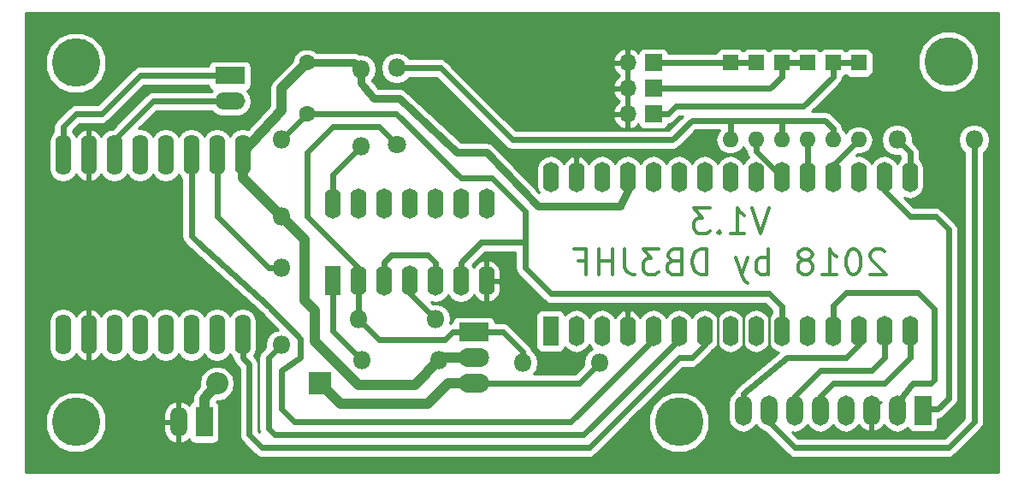
<source format=gbr>
G04 #@! TF.GenerationSoftware,KiCad,Pcbnew,(5.0.0)*
G04 #@! TF.CreationDate,2018-10-16T18:35:51+02:00*
G04 #@! TF.ProjectId,CubieKidBoard_V1,43756269654B6964426F6172645F5631,0.1*
G04 #@! TF.SameCoordinates,Original*
G04 #@! TF.FileFunction,Copper,L2,Bot,Signal*
G04 #@! TF.FilePolarity,Positive*
%FSLAX46Y46*%
G04 Gerber Fmt 4.6, Leading zero omitted, Abs format (unit mm)*
G04 Created by KiCad (PCBNEW (5.0.0)) date 10/16/18 18:35:51*
%MOMM*%
%LPD*%
G01*
G04 APERTURE LIST*
G04 #@! TA.AperFunction,NonConductor*
%ADD10C,0.300000*%
G04 #@! TD*
G04 #@! TA.AperFunction,ComponentPad*
%ADD11R,1.700000X1.700000*%
G04 #@! TD*
G04 #@! TA.AperFunction,ComponentPad*
%ADD12O,1.700000X1.700000*%
G04 #@! TD*
G04 #@! TA.AperFunction,ComponentPad*
%ADD13R,1.600000X1.600000*%
G04 #@! TD*
G04 #@! TA.AperFunction,ComponentPad*
%ADD14O,1.600000X1.600000*%
G04 #@! TD*
G04 #@! TA.AperFunction,ComponentPad*
%ADD15R,3.000000X1.905000*%
G04 #@! TD*
G04 #@! TA.AperFunction,ComponentPad*
%ADD16O,3.000000X1.905000*%
G04 #@! TD*
G04 #@! TA.AperFunction,ComponentPad*
%ADD17R,1.600000X3.000000*%
G04 #@! TD*
G04 #@! TA.AperFunction,ComponentPad*
%ADD18O,1.600000X3.000000*%
G04 #@! TD*
G04 #@! TA.AperFunction,ComponentPad*
%ADD19C,1.600000*%
G04 #@! TD*
G04 #@! TA.AperFunction,ComponentPad*
%ADD20R,2.200000X2.200000*%
G04 #@! TD*
G04 #@! TA.AperFunction,ComponentPad*
%ADD21O,2.200000X2.200000*%
G04 #@! TD*
G04 #@! TA.AperFunction,ComponentPad*
%ADD22O,3.000000X1.700000*%
G04 #@! TD*
G04 #@! TA.AperFunction,ComponentPad*
%ADD23R,3.000000X1.700000*%
G04 #@! TD*
G04 #@! TA.AperFunction,ComponentPad*
%ADD24O,1.800000X1.800000*%
G04 #@! TD*
G04 #@! TA.AperFunction,ComponentPad*
%ADD25C,1.800000*%
G04 #@! TD*
G04 #@! TA.AperFunction,ComponentPad*
%ADD26R,1.700000X3.000000*%
G04 #@! TD*
G04 #@! TA.AperFunction,ComponentPad*
%ADD27O,1.700000X3.000000*%
G04 #@! TD*
G04 #@! TA.AperFunction,ComponentPad*
%ADD28O,1.600000X4.000000*%
G04 #@! TD*
G04 #@! TA.AperFunction,ComponentPad*
%ADD29C,4.800000*%
G04 #@! TD*
G04 #@! TA.AperFunction,Conductor*
%ADD30C,0.600000*%
G04 #@! TD*
G04 #@! TA.AperFunction,Conductor*
%ADD31C,0.250000*%
G04 #@! TD*
G04 #@! TA.AperFunction,Conductor*
%ADD32C,1.000000*%
G04 #@! TD*
G04 #@! TA.AperFunction,Conductor*
%ADD33C,0.800000*%
G04 #@! TD*
G04 #@! TA.AperFunction,Conductor*
%ADD34C,0.254000*%
G04 #@! TD*
G04 APERTURE END LIST*
D10*
X172719523Y-52485952D02*
X171886190Y-54985952D01*
X171052857Y-52485952D01*
X168910000Y-54985952D02*
X170338571Y-54985952D01*
X169624285Y-54985952D02*
X169624285Y-52485952D01*
X169862380Y-52843095D01*
X170100476Y-53081190D01*
X170338571Y-53200238D01*
X167838571Y-54747857D02*
X167719523Y-54866904D01*
X167838571Y-54985952D01*
X167957619Y-54866904D01*
X167838571Y-54747857D01*
X167838571Y-54985952D01*
X166886190Y-52485952D02*
X165338571Y-52485952D01*
X166171904Y-53438333D01*
X165814761Y-53438333D01*
X165576666Y-53557380D01*
X165457619Y-53676428D01*
X165338571Y-53914523D01*
X165338571Y-54509761D01*
X165457619Y-54747857D01*
X165576666Y-54866904D01*
X165814761Y-54985952D01*
X166529047Y-54985952D01*
X166767142Y-54866904D01*
X166886190Y-54747857D01*
X184207619Y-56774047D02*
X184088571Y-56655000D01*
X183850476Y-56535952D01*
X183255238Y-56535952D01*
X183017142Y-56655000D01*
X182898095Y-56774047D01*
X182779047Y-57012142D01*
X182779047Y-57250238D01*
X182898095Y-57607380D01*
X184326666Y-59035952D01*
X182779047Y-59035952D01*
X181231428Y-56535952D02*
X180993333Y-56535952D01*
X180755238Y-56655000D01*
X180636190Y-56774047D01*
X180517142Y-57012142D01*
X180398095Y-57488333D01*
X180398095Y-58083571D01*
X180517142Y-58559761D01*
X180636190Y-58797857D01*
X180755238Y-58916904D01*
X180993333Y-59035952D01*
X181231428Y-59035952D01*
X181469523Y-58916904D01*
X181588571Y-58797857D01*
X181707619Y-58559761D01*
X181826666Y-58083571D01*
X181826666Y-57488333D01*
X181707619Y-57012142D01*
X181588571Y-56774047D01*
X181469523Y-56655000D01*
X181231428Y-56535952D01*
X178017142Y-59035952D02*
X179445714Y-59035952D01*
X178731428Y-59035952D02*
X178731428Y-56535952D01*
X178969523Y-56893095D01*
X179207619Y-57131190D01*
X179445714Y-57250238D01*
X176588571Y-57607380D02*
X176826666Y-57488333D01*
X176945714Y-57369285D01*
X177064761Y-57131190D01*
X177064761Y-57012142D01*
X176945714Y-56774047D01*
X176826666Y-56655000D01*
X176588571Y-56535952D01*
X176112380Y-56535952D01*
X175874285Y-56655000D01*
X175755238Y-56774047D01*
X175636190Y-57012142D01*
X175636190Y-57131190D01*
X175755238Y-57369285D01*
X175874285Y-57488333D01*
X176112380Y-57607380D01*
X176588571Y-57607380D01*
X176826666Y-57726428D01*
X176945714Y-57845476D01*
X177064761Y-58083571D01*
X177064761Y-58559761D01*
X176945714Y-58797857D01*
X176826666Y-58916904D01*
X176588571Y-59035952D01*
X176112380Y-59035952D01*
X175874285Y-58916904D01*
X175755238Y-58797857D01*
X175636190Y-58559761D01*
X175636190Y-58083571D01*
X175755238Y-57845476D01*
X175874285Y-57726428D01*
X176112380Y-57607380D01*
X172660000Y-59035952D02*
X172660000Y-56535952D01*
X172660000Y-57488333D02*
X172421904Y-57369285D01*
X171945714Y-57369285D01*
X171707619Y-57488333D01*
X171588571Y-57607380D01*
X171469523Y-57845476D01*
X171469523Y-58559761D01*
X171588571Y-58797857D01*
X171707619Y-58916904D01*
X171945714Y-59035952D01*
X172421904Y-59035952D01*
X172660000Y-58916904D01*
X170636190Y-57369285D02*
X170040952Y-59035952D01*
X169445714Y-57369285D02*
X170040952Y-59035952D01*
X170279047Y-59631190D01*
X170398095Y-59750238D01*
X170636190Y-59869285D01*
X166588571Y-59035952D02*
X166588571Y-56535952D01*
X165993333Y-56535952D01*
X165636190Y-56655000D01*
X165398095Y-56893095D01*
X165279047Y-57131190D01*
X165160000Y-57607380D01*
X165160000Y-57964523D01*
X165279047Y-58440714D01*
X165398095Y-58678809D01*
X165636190Y-58916904D01*
X165993333Y-59035952D01*
X166588571Y-59035952D01*
X163255238Y-57726428D02*
X162898095Y-57845476D01*
X162779047Y-57964523D01*
X162660000Y-58202619D01*
X162660000Y-58559761D01*
X162779047Y-58797857D01*
X162898095Y-58916904D01*
X163136190Y-59035952D01*
X164088571Y-59035952D01*
X164088571Y-56535952D01*
X163255238Y-56535952D01*
X163017142Y-56655000D01*
X162898095Y-56774047D01*
X162779047Y-57012142D01*
X162779047Y-57250238D01*
X162898095Y-57488333D01*
X163017142Y-57607380D01*
X163255238Y-57726428D01*
X164088571Y-57726428D01*
X161826666Y-56535952D02*
X160279047Y-56535952D01*
X161112380Y-57488333D01*
X160755238Y-57488333D01*
X160517142Y-57607380D01*
X160398095Y-57726428D01*
X160279047Y-57964523D01*
X160279047Y-58559761D01*
X160398095Y-58797857D01*
X160517142Y-58916904D01*
X160755238Y-59035952D01*
X161469523Y-59035952D01*
X161707619Y-58916904D01*
X161826666Y-58797857D01*
X158493333Y-56535952D02*
X158493333Y-58321666D01*
X158612380Y-58678809D01*
X158850476Y-58916904D01*
X159207619Y-59035952D01*
X159445714Y-59035952D01*
X157302857Y-59035952D02*
X157302857Y-56535952D01*
X157302857Y-57726428D02*
X155874285Y-57726428D01*
X155874285Y-59035952D02*
X155874285Y-56535952D01*
X153850476Y-57726428D02*
X154683809Y-57726428D01*
X154683809Y-59035952D02*
X154683809Y-56535952D01*
X153493333Y-56535952D01*
D11*
G04 #@! TO.P,SW1,1*
G04 #@! TO.N,Net-(D2-Pad1)*
X161290000Y-43180000D03*
D12*
G04 #@! TO.P,SW1,2*
G04 #@! TO.N,VSS*
X158750000Y-43180000D03*
G04 #@! TD*
D13*
G04 #@! TO.P,D7,1*
G04 #@! TO.N,Net-(D4-Pad1)*
X171450000Y-38100000D03*
D14*
G04 #@! TO.P,D7,2*
G04 #@! TO.N,Net-(A1-Pad21)*
X171450000Y-45720000D03*
G04 #@! TD*
D15*
G04 #@! TO.P,Q1,1*
G04 #@! TO.N,Net-(Q1-Pad1)*
X143510000Y-64770000D03*
D16*
G04 #@! TO.P,Q1,2*
G04 #@! TO.N,Net-(A1-Pad27)*
X143510000Y-67310000D03*
G04 #@! TO.P,Q1,3*
G04 #@! TO.N,+5V*
X143510000Y-69850000D03*
G04 #@! TD*
D17*
G04 #@! TO.P,U1,1*
G04 #@! TO.N,Net-(R1-Pad1)*
X129540000Y-59690000D03*
D18*
G04 #@! TO.P,U1,8*
G04 #@! TO.N,N/C*
X144780000Y-52070000D03*
G04 #@! TO.P,U1,2*
G04 #@! TO.N,Net-(Q1-Pad1)*
X132080000Y-59690000D03*
G04 #@! TO.P,U1,9*
G04 #@! TO.N,N/C*
X142240000Y-52070000D03*
G04 #@! TO.P,U1,3*
G04 #@! TO.N,Net-(U1-Pad3)*
X134620000Y-59690000D03*
G04 #@! TO.P,U1,10*
G04 #@! TO.N,N/C*
X139700000Y-52070000D03*
G04 #@! TO.P,U1,4*
G04 #@! TO.N,Net-(R7-Pad1)*
X137160000Y-59690000D03*
G04 #@! TO.P,U1,11*
G04 #@! TO.N,N/C*
X137160000Y-52070000D03*
G04 #@! TO.P,U1,5*
G04 #@! TO.N,Net-(U1-Pad3)*
X139700000Y-59690000D03*
G04 #@! TO.P,U1,12*
G04 #@! TO.N,N/C*
X134620000Y-52070000D03*
G04 #@! TO.P,U1,6*
G04 #@! TO.N,Net-(A1-Pad10)*
X142240000Y-59690000D03*
G04 #@! TO.P,U1,13*
G04 #@! TO.N,N/C*
X132080000Y-52070000D03*
G04 #@! TO.P,U1,7*
G04 #@! TO.N,VSS*
X144780000Y-59690000D03*
G04 #@! TO.P,U1,14*
G04 #@! TO.N,Net-(R3-Pad2)*
X129540000Y-52070000D03*
G04 #@! TD*
D13*
G04 #@! TO.P,D4,1*
G04 #@! TO.N,Net-(D4-Pad1)*
X168910000Y-38100000D03*
D14*
G04 #@! TO.P,D4,2*
G04 #@! TO.N,Net-(D2-Pad2)*
X168910000Y-45720000D03*
G04 #@! TD*
G04 #@! TO.P,D3,2*
G04 #@! TO.N,Net-(D2-Pad2)*
X173990000Y-45720000D03*
D13*
G04 #@! TO.P,D3,1*
G04 #@! TO.N,Net-(D3-Pad1)*
X173990000Y-38100000D03*
G04 #@! TD*
D19*
G04 #@! TO.P,C2,2*
G04 #@! TO.N,Net-(A1-Pad10)*
X127000000Y-43100000D03*
G04 #@! TO.P,C2,1*
G04 #@! TO.N,Net-(A1-Pad27)*
X127000000Y-38100000D03*
G04 #@! TD*
D20*
G04 #@! TO.P,D1,1*
G04 #@! TO.N,+5V*
X128270000Y-69850000D03*
D21*
G04 #@! TO.P,D1,2*
G04 #@! TO.N,Net-(Batt.1-Pad1)*
X118110000Y-69850000D03*
G04 #@! TD*
D13*
G04 #@! TO.P,D2,1*
G04 #@! TO.N,Net-(D2-Pad1)*
X179070000Y-38100000D03*
D14*
G04 #@! TO.P,D2,2*
G04 #@! TO.N,Net-(D2-Pad2)*
X179070000Y-45720000D03*
G04 #@! TD*
D22*
G04 #@! TO.P,LS1,2*
G04 #@! TO.N,Net-(J2-Pad6)*
X119380000Y-41910000D03*
D23*
G04 #@! TO.P,LS1,1*
G04 #@! TO.N,Net-(J2-Pad8)*
X119380000Y-39370000D03*
G04 #@! TD*
D24*
G04 #@! TO.P,R1,2*
G04 #@! TO.N,Net-(A1-Pad27)*
X140081000Y-67564000D03*
G04 #@! TO.P,R1,1*
G04 #@! TO.N,Net-(R1-Pad1)*
X132461000Y-67564000D03*
G04 #@! TD*
G04 #@! TO.P,R2,1*
G04 #@! TO.N,+5V*
X155956000Y-67818000D03*
G04 #@! TO.P,R2,2*
G04 #@! TO.N,Net-(Q1-Pad1)*
X148336000Y-67818000D03*
G04 #@! TD*
G04 #@! TO.P,R3,1*
G04 #@! TO.N,Net-(A1-Pad27)*
X132334000Y-38735000D03*
G04 #@! TO.P,R3,2*
G04 #@! TO.N,Net-(R3-Pad2)*
X132334000Y-46355000D03*
G04 #@! TD*
G04 #@! TO.P,R4,2*
G04 #@! TO.N,Net-(D2-Pad2)*
X135890000Y-38608000D03*
D25*
G04 #@! TO.P,R4,1*
G04 #@! TO.N,Net-(Q1-Pad1)*
X135890000Y-46228000D03*
G04 #@! TD*
D24*
G04 #@! TO.P,R5,1*
G04 #@! TO.N,Net-(J2-Pad2)*
X124460000Y-58420000D03*
G04 #@! TO.P,R5,2*
G04 #@! TO.N,Net-(A1-Pad6)*
X124460000Y-66040000D03*
G04 #@! TD*
G04 #@! TO.P,R6,1*
G04 #@! TO.N,Net-(A1-Pad16)*
X185420000Y-45720000D03*
G04 #@! TO.P,R6,2*
G04 #@! TO.N,Net-(J1-Pad7)*
X193040000Y-45720000D03*
G04 #@! TD*
D17*
G04 #@! TO.P,A1,1*
G04 #@! TO.N,Net-(A1-Pad1)*
X151130000Y-64643000D03*
D18*
G04 #@! TO.P,A1,17*
G04 #@! TO.N,Net-(A1-Pad17)*
X184150000Y-49403000D03*
G04 #@! TO.P,A1,2*
G04 #@! TO.N,Net-(A1-Pad2)*
X153670000Y-64643000D03*
G04 #@! TO.P,A1,18*
G04 #@! TO.N,Net-(A1-Pad18)*
X181610000Y-49403000D03*
G04 #@! TO.P,A1,3*
G04 #@! TO.N,Net-(A1-Pad3)*
X156210000Y-64643000D03*
G04 #@! TO.P,A1,19*
G04 #@! TO.N,Net-(A1-Pad19)*
X179070000Y-49403000D03*
G04 #@! TO.P,A1,4*
G04 #@! TO.N,VSS*
X158750000Y-64643000D03*
G04 #@! TO.P,A1,20*
G04 #@! TO.N,Net-(A1-Pad20)*
X176530000Y-49403000D03*
G04 #@! TO.P,A1,5*
G04 #@! TO.N,Net-(A1-Pad5)*
X161290000Y-64643000D03*
G04 #@! TO.P,A1,21*
G04 #@! TO.N,Net-(A1-Pad21)*
X173990000Y-49403000D03*
G04 #@! TO.P,A1,6*
G04 #@! TO.N,Net-(A1-Pad6)*
X163830000Y-64643000D03*
G04 #@! TO.P,A1,22*
G04 #@! TO.N,Net-(A1-Pad22)*
X171450000Y-49403000D03*
G04 #@! TO.P,A1,7*
G04 #@! TO.N,Net-(A1-Pad7)*
X166370000Y-64643000D03*
G04 #@! TO.P,A1,23*
G04 #@! TO.N,Net-(A1-Pad23)*
X168910000Y-49403000D03*
G04 #@! TO.P,A1,8*
G04 #@! TO.N,Net-(A1-Pad8)*
X168910000Y-64643000D03*
G04 #@! TO.P,A1,24*
G04 #@! TO.N,Net-(A1-Pad24)*
X166370000Y-49403000D03*
G04 #@! TO.P,A1,9*
G04 #@! TO.N,Net-(A1-Pad9)*
X171450000Y-64643000D03*
G04 #@! TO.P,A1,25*
G04 #@! TO.N,Net-(A1-Pad25)*
X163830000Y-49403000D03*
G04 #@! TO.P,A1,10*
G04 #@! TO.N,Net-(A1-Pad10)*
X173990000Y-64643000D03*
G04 #@! TO.P,A1,26*
G04 #@! TO.N,Net-(A1-Pad26)*
X161290000Y-49403000D03*
G04 #@! TO.P,A1,11*
G04 #@! TO.N,Net-(A1-Pad11)*
X176530000Y-64643000D03*
G04 #@! TO.P,A1,27*
G04 #@! TO.N,Net-(A1-Pad27)*
X158750000Y-49403000D03*
G04 #@! TO.P,A1,12*
G04 #@! TO.N,Net-(A1-Pad12)*
X179070000Y-64643000D03*
G04 #@! TO.P,A1,28*
G04 #@! TO.N,Net-(A1-Pad28)*
X156210000Y-49403000D03*
G04 #@! TO.P,A1,13*
G04 #@! TO.N,Net-(A1-Pad13)*
X181610000Y-64643000D03*
G04 #@! TO.P,A1,29*
G04 #@! TO.N,VSS*
X153670000Y-49403000D03*
G04 #@! TO.P,A1,14*
G04 #@! TO.N,Net-(A1-Pad14)*
X184150000Y-64643000D03*
G04 #@! TO.P,A1,30*
G04 #@! TO.N,Net-(A1-Pad30)*
X151130000Y-49403000D03*
G04 #@! TO.P,A1,15*
G04 #@! TO.N,Net-(A1-Pad15)*
X186690000Y-64643000D03*
G04 #@! TO.P,A1,16*
G04 #@! TO.N,Net-(A1-Pad16)*
X186690000Y-49403000D03*
G04 #@! TD*
D26*
G04 #@! TO.P,Batt.1,1*
G04 #@! TO.N,Net-(Batt.1-Pad1)*
X116840000Y-73660000D03*
D27*
G04 #@! TO.P,Batt.1,2*
G04 #@! TO.N,VSS*
X114300000Y-73660000D03*
G04 #@! TD*
D13*
G04 #@! TO.P,D5,1*
G04 #@! TO.N,Net-(D2-Pad1)*
X181610000Y-38100000D03*
D14*
G04 #@! TO.P,D5,2*
G04 #@! TO.N,Net-(A1-Pad19)*
X181610000Y-45720000D03*
G04 #@! TD*
G04 #@! TO.P,D6,2*
G04 #@! TO.N,Net-(A1-Pad20)*
X176530000Y-45720000D03*
D13*
G04 #@! TO.P,D6,1*
G04 #@! TO.N,Net-(D3-Pad1)*
X176530000Y-38100000D03*
G04 #@! TD*
D26*
G04 #@! TO.P,J1,1*
G04 #@! TO.N,Net-(A1-Pad17)*
X187960000Y-72517000D03*
D27*
G04 #@! TO.P,J1,2*
G04 #@! TO.N,Net-(A1-Pad12)*
X185420000Y-72517000D03*
G04 #@! TO.P,J1,3*
G04 #@! TO.N,VSS*
X182880000Y-72517000D03*
G04 #@! TO.P,J1,4*
G04 #@! TO.N,Net-(J1-Pad4)*
X180340000Y-72517000D03*
G04 #@! TO.P,J1,5*
G04 #@! TO.N,Net-(A1-Pad15)*
X177800000Y-72517000D03*
G04 #@! TO.P,J1,6*
G04 #@! TO.N,Net-(A1-Pad14)*
X175260000Y-72517000D03*
G04 #@! TO.P,J1,7*
G04 #@! TO.N,Net-(J1-Pad7)*
X172720000Y-72517000D03*
G04 #@! TO.P,J1,8*
G04 #@! TO.N,Net-(A1-Pad13)*
X170180000Y-72517000D03*
G04 #@! TD*
D28*
G04 #@! TO.P,J2,16*
G04 #@! TO.N,Net-(A1-Pad7)*
X120650000Y-65024000D03*
G04 #@! TO.P,J2,1*
G04 #@! TO.N,Net-(A1-Pad27)*
X120650000Y-47244000D03*
G04 #@! TO.P,J2,15*
G04 #@! TO.N,Net-(J2-Pad15)*
X118110000Y-65024000D03*
G04 #@! TO.P,J2,2*
G04 #@! TO.N,Net-(J2-Pad2)*
X118110000Y-47244000D03*
G04 #@! TO.P,J2,14*
G04 #@! TO.N,Net-(J2-Pad14)*
X115570000Y-65024000D03*
G04 #@! TO.P,J2,3*
G04 #@! TO.N,Net-(A1-Pad5)*
X115570000Y-47244000D03*
G04 #@! TO.P,J2,13*
G04 #@! TO.N,Net-(J2-Pad13)*
X113030000Y-65024000D03*
G04 #@! TO.P,J2,4*
G04 #@! TO.N,Net-(J2-Pad4)*
X113030000Y-47244000D03*
G04 #@! TO.P,J2,12*
G04 #@! TO.N,Net-(J2-Pad12)*
X110490000Y-65024000D03*
G04 #@! TO.P,J2,5*
G04 #@! TO.N,Net-(J2-Pad5)*
X110490000Y-47244000D03*
G04 #@! TO.P,J2,11*
G04 #@! TO.N,Net-(J2-Pad11)*
X107950000Y-65024000D03*
G04 #@! TO.P,J2,6*
G04 #@! TO.N,Net-(J2-Pad6)*
X107950000Y-47244000D03*
G04 #@! TO.P,J2,10*
G04 #@! TO.N,VSS*
X105410000Y-65024000D03*
G04 #@! TO.P,J2,7*
X105410000Y-47244000D03*
G04 #@! TO.P,J2,9*
G04 #@! TO.N,Net-(J2-Pad9)*
X102870000Y-65024000D03*
G04 #@! TO.P,J2,8*
G04 #@! TO.N,Net-(J2-Pad8)*
X102870000Y-47244000D03*
G04 #@! TD*
D24*
G04 #@! TO.P,R7,2*
G04 #@! TO.N,Net-(Q1-Pad1)*
X132080000Y-63500000D03*
G04 #@! TO.P,R7,1*
G04 #@! TO.N,Net-(R7-Pad1)*
X139700000Y-63500000D03*
G04 #@! TD*
G04 #@! TO.P,R8,1*
G04 #@! TO.N,Net-(A1-Pad10)*
X124460000Y-45720000D03*
G04 #@! TO.P,R8,2*
G04 #@! TO.N,Net-(A1-Pad27)*
X124460000Y-53340000D03*
G04 #@! TD*
D12*
G04 #@! TO.P,SW2,2*
G04 #@! TO.N,VSS*
X158750000Y-40640000D03*
D11*
G04 #@! TO.P,SW2,1*
G04 #@! TO.N,Net-(D3-Pad1)*
X161290000Y-40640000D03*
G04 #@! TD*
D12*
G04 #@! TO.P,SW3,2*
G04 #@! TO.N,VSS*
X158750000Y-38100000D03*
D11*
G04 #@! TO.P,SW3,1*
G04 #@! TO.N,Net-(D4-Pad1)*
X161290000Y-38100000D03*
G04 #@! TD*
D29*
G04 #@! TO.P,,*
G04 #@! TO.N,*
X190500000Y-37973000D03*
G04 #@! TD*
G04 #@! TO.P,,*
G04 #@! TO.N,*
X104140000Y-38100000D03*
G04 #@! TD*
G04 #@! TO.P,,*
G04 #@! TO.N,*
X104140000Y-73660000D03*
G04 #@! TD*
G04 #@! TO.P,,*
G04 #@! TO.N,*
X163830000Y-73660000D03*
G04 #@! TD*
D30*
G04 #@! TO.N,Net-(A1-Pad17)*
X184150000Y-49530000D02*
X184150000Y-50800000D01*
X184150000Y-50800000D02*
X186690000Y-53340000D01*
X186690000Y-53340000D02*
X189230000Y-53340000D01*
X189230000Y-53340000D02*
X190500000Y-54610000D01*
X190500000Y-54610000D02*
X190500000Y-71300000D01*
X190500000Y-71300000D02*
X189410000Y-72390000D01*
X189410000Y-72390000D02*
X187960000Y-72390000D01*
G04 #@! TO.N,Net-(A1-Pad19)*
X181610000Y-45720000D02*
X179070000Y-48260000D01*
X179070000Y-48260000D02*
X179070000Y-49403000D01*
D31*
G04 #@! TO.N,VSS*
X145830000Y-59690000D02*
X144780000Y-59690000D01*
X166878000Y-62484000D02*
X148624000Y-62484000D01*
X167640000Y-67056000D02*
X167640000Y-63246000D01*
X167640000Y-63246000D02*
X166878000Y-62484000D01*
X182880000Y-72517000D02*
X183729999Y-71667001D01*
X183729999Y-71667001D02*
X183856999Y-71667001D01*
X172720000Y-65913000D02*
X172720000Y-62484000D01*
X172720000Y-62484000D02*
X172212000Y-61976000D01*
X170180000Y-61976000D02*
X170180000Y-67056000D01*
X148624000Y-62484000D02*
X145830000Y-59690000D01*
X172212000Y-61976000D02*
X170180000Y-61976000D01*
X170180000Y-67056000D02*
X167640000Y-67056000D01*
D30*
G04 #@! TO.N,Net-(A1-Pad20)*
X176530000Y-45720000D02*
X176530000Y-49403000D01*
G04 #@! TO.N,Net-(A1-Pad5)*
X115570000Y-55245000D02*
X115570000Y-46990000D01*
X116205000Y-55880000D02*
X115570000Y-55245000D01*
X123190000Y-62230000D02*
X116205000Y-55880000D01*
X126365000Y-65405000D02*
X123190000Y-62230000D01*
X126365000Y-67310000D02*
X126365000Y-65405000D01*
X161290000Y-65470000D02*
X153100000Y-73660000D01*
X161290000Y-64770000D02*
X161290000Y-65470000D01*
X153100000Y-73660000D02*
X125730000Y-73660000D01*
X125730000Y-73660000D02*
X124460000Y-72390000D01*
X124460000Y-72390000D02*
X124460000Y-68580000D01*
X124460000Y-68580000D02*
X126365000Y-67310000D01*
G04 #@! TO.N,Net-(A1-Pad21)*
X171450000Y-46863000D02*
X173990000Y-49403000D01*
X171450000Y-45720000D02*
X171450000Y-46863000D01*
G04 #@! TO.N,Net-(A1-Pad6)*
X123660001Y-66839999D02*
X124460000Y-66040000D01*
X163830000Y-65470000D02*
X154370000Y-74930000D01*
X163830000Y-64770000D02*
X163830000Y-65470000D01*
X154370000Y-74930000D02*
X123825000Y-74930000D01*
X123825000Y-74930000D02*
X123190000Y-74295000D01*
X123190000Y-74295000D02*
X123190000Y-67310000D01*
X123190000Y-67310000D02*
X123660001Y-66839999D01*
G04 #@! TO.N,Net-(A1-Pad7)*
X120650000Y-64770000D02*
X120650000Y-65670000D01*
X120650000Y-66870000D02*
X120650000Y-64770000D01*
X120650000Y-67310000D02*
X120650000Y-66870000D01*
X121285000Y-67945000D02*
X120650000Y-67310000D01*
X166370000Y-66040000D02*
X165100000Y-67310000D01*
X166370000Y-64770000D02*
X166370000Y-66040000D01*
X165100000Y-67310000D02*
X163830000Y-67310000D01*
X163830000Y-67310000D02*
X154940000Y-76200000D01*
X121285000Y-74930000D02*
X121285000Y-67945000D01*
X154940000Y-76200000D02*
X122555000Y-76200000D01*
X122555000Y-76200000D02*
X121285000Y-74930000D01*
G04 #@! TO.N,Net-(A1-Pad10)*
X148590000Y-58420000D02*
X148590000Y-55880000D01*
X151130000Y-60960000D02*
X148590000Y-58420000D01*
X172720000Y-60960000D02*
X151130000Y-60960000D01*
X124460000Y-45640000D02*
X127000000Y-43100000D01*
X124460000Y-45720000D02*
X124460000Y-45640000D01*
X135810000Y-43100000D02*
X127000000Y-43100000D01*
X142240000Y-49530000D02*
X135810000Y-43100000D01*
X142240000Y-49530000D02*
X145288000Y-49530000D01*
X148590000Y-52832000D02*
X148590000Y-55880000D01*
X145288000Y-49530000D02*
X148590000Y-52832000D01*
X142240000Y-59690000D02*
X142240000Y-57890000D01*
X142240000Y-57890000D02*
X144250000Y-55880000D01*
X144250000Y-55880000D02*
X148590000Y-55880000D01*
X173990000Y-62230000D02*
X172720000Y-60960000D01*
X173990000Y-64643000D02*
X173990000Y-62230000D01*
G04 #@! TO.N,Net-(A1-Pad27)*
X120650000Y-46090000D02*
X120650000Y-46990000D01*
D32*
X124460000Y-40640000D02*
X127000000Y-38100000D01*
X120650000Y-46990000D02*
X124460000Y-42799000D01*
X124460000Y-42799000D02*
X124460000Y-40640000D01*
D33*
X131699000Y-38100000D02*
X132334000Y-38735000D01*
X127000000Y-38100000D02*
X131699000Y-38100000D01*
D32*
X120650000Y-49530000D02*
X124460000Y-53340000D01*
X120650000Y-47244000D02*
X120650000Y-49530000D01*
X140335000Y-67310000D02*
X140081000Y-67564000D01*
X143510000Y-67310000D02*
X140335000Y-67310000D01*
X126746000Y-55626000D02*
X124460000Y-53340000D01*
X140081000Y-67564000D02*
X137668000Y-69977000D01*
X127762000Y-65659000D02*
X127762000Y-62611000D01*
X137668000Y-69977000D02*
X132080000Y-69977000D01*
X127762000Y-62611000D02*
X126746000Y-61595000D01*
X132080000Y-69977000D02*
X127762000Y-65659000D01*
X126746000Y-61595000D02*
X126746000Y-55626000D01*
D33*
X149860000Y-52324000D02*
X157988000Y-52324000D01*
X144780000Y-46990000D02*
X149860000Y-52324000D01*
X157988000Y-52324000D02*
X158750000Y-50673000D01*
X132334000Y-38735000D02*
X132334000Y-40132000D01*
X133133999Y-41058999D02*
X133604000Y-41656000D01*
X158750000Y-50673000D02*
X158750000Y-49403000D01*
X132334000Y-40132000D02*
X133133999Y-41058999D01*
X133604000Y-41656000D02*
X136144000Y-41656000D01*
X136144000Y-41656000D02*
X141859000Y-46990000D01*
X141859000Y-46990000D02*
X144780000Y-46990000D01*
D30*
G04 #@! TO.N,Net-(A1-Pad12)*
X179070000Y-62103000D02*
X179070000Y-64643000D01*
X180340000Y-60833000D02*
X179070000Y-62103000D01*
X187452000Y-60833000D02*
X180340000Y-60833000D01*
X185420000Y-71755000D02*
X186944000Y-69850000D01*
X185420000Y-72517000D02*
X185420000Y-71755000D01*
X186944000Y-69850000D02*
X188722000Y-69850000D01*
X188722000Y-69850000D02*
X189103000Y-69469000D01*
X189103000Y-69469000D02*
X189103000Y-62484000D01*
X189103000Y-62484000D02*
X187452000Y-60833000D01*
G04 #@! TO.N,Net-(A1-Pad13)*
X170180000Y-70866000D02*
X170180000Y-72390000D01*
X174498000Y-67310000D02*
X170180000Y-70866000D01*
X180340000Y-67310000D02*
X174498000Y-67310000D01*
X181610000Y-64770000D02*
X181610000Y-66040000D01*
X181610000Y-66040000D02*
X180340000Y-67310000D01*
G04 #@! TO.N,Net-(A1-Pad14)*
X182880000Y-68580000D02*
X177800000Y-68580000D01*
X184150000Y-64770000D02*
X184150000Y-67310000D01*
X184150000Y-67310000D02*
X182880000Y-68580000D01*
X177800000Y-68580000D02*
X175260000Y-71120000D01*
X175260000Y-71120000D02*
X175260000Y-72390000D01*
G04 #@! TO.N,Net-(A1-Pad15)*
X186690000Y-64770000D02*
X186690000Y-67310000D01*
X186690000Y-67310000D02*
X184150000Y-69850000D01*
X184150000Y-69850000D02*
X179070000Y-69850000D01*
X177800000Y-71120000D02*
X177800000Y-72390000D01*
X179070000Y-69850000D02*
X177800000Y-71120000D01*
G04 #@! TO.N,Net-(A1-Pad16)*
X185420000Y-45720000D02*
X186690000Y-46990000D01*
X186690000Y-46990000D02*
X186690000Y-49530000D01*
G04 #@! TO.N,+5V*
X153924000Y-69850000D02*
X155956000Y-67818000D01*
X143510000Y-69850000D02*
X153924000Y-69850000D01*
D32*
X141010000Y-69850000D02*
X138978000Y-71882000D01*
X143510000Y-69850000D02*
X141010000Y-69850000D01*
X130302000Y-71882000D02*
X128270000Y-69850000D01*
X138978000Y-71882000D02*
X130302000Y-71882000D01*
D30*
G04 #@! TO.N,Net-(D2-Pad2)*
X179070000Y-44588630D02*
X178296370Y-43815000D01*
X179070000Y-45720000D02*
X179070000Y-44588630D01*
X168910000Y-44588630D02*
X168910000Y-43815000D01*
X168910000Y-45720000D02*
X168910000Y-44588630D01*
X173990000Y-45720000D02*
X173990000Y-43815000D01*
X178296370Y-43815000D02*
X173990000Y-43815000D01*
X173990000Y-43815000D02*
X168910000Y-43815000D01*
X140208000Y-38608000D02*
X135890000Y-38608000D01*
X147320000Y-45720000D02*
X140208000Y-38608000D01*
X163195000Y-45720000D02*
X147320000Y-45720000D01*
X168910000Y-43815000D02*
X165100000Y-43815000D01*
X165100000Y-43815000D02*
X163195000Y-45720000D01*
G04 #@! TO.N,Net-(J2-Pad2)*
X123190000Y-58420000D02*
X124460000Y-58420000D01*
X118110000Y-46990000D02*
X118110000Y-53340000D01*
X118110000Y-53340000D02*
X123190000Y-58420000D01*
G04 #@! TO.N,Net-(J2-Pad6)*
X107950000Y-45720000D02*
X107950000Y-46990000D01*
X119380000Y-41910000D02*
X111760000Y-41910000D01*
X111760000Y-41910000D02*
X107950000Y-45720000D01*
G04 #@! TO.N,Net-(J2-Pad8)*
X102870000Y-44450000D02*
X102870000Y-46990000D01*
X104140000Y-43180000D02*
X102870000Y-44450000D01*
X106680000Y-43180000D02*
X104140000Y-43180000D01*
X119380000Y-39370000D02*
X110490000Y-39370000D01*
X110490000Y-39370000D02*
X106680000Y-43180000D01*
D31*
G04 #@! TO.N,Net-(U1-Pad3)*
X139700000Y-59690000D02*
X139700000Y-60090000D01*
D30*
X134620000Y-60090000D02*
X134620000Y-59690000D01*
X134620000Y-57890000D02*
X134620000Y-59690000D01*
X135360000Y-57150000D02*
X134620000Y-57890000D01*
X138960000Y-57150000D02*
X135360000Y-57150000D01*
X139700000Y-57890000D02*
X138960000Y-57150000D01*
X139700000Y-59690000D02*
X139700000Y-57890000D01*
G04 #@! TO.N,Net-(J1-Pad7)*
X172720000Y-73660000D02*
X172720000Y-72390000D01*
X175260000Y-76200000D02*
X172720000Y-73660000D01*
X190500000Y-76200000D02*
X175260000Y-76200000D01*
X193040000Y-45720000D02*
X193040000Y-73660000D01*
X193040000Y-73660000D02*
X190500000Y-76200000D01*
G04 #@! TO.N,Net-(Q1-Pad1)*
X132080000Y-59690000D02*
X132080000Y-60090000D01*
X134112000Y-44450000D02*
X135890000Y-46228000D01*
X129540000Y-44450000D02*
X134112000Y-44450000D01*
X127000000Y-46990000D02*
X129540000Y-44450000D01*
X127000000Y-53340000D02*
X127000000Y-46990000D01*
X132080000Y-59690000D02*
X132080000Y-58420000D01*
X132080000Y-58420000D02*
X127000000Y-53340000D01*
X132080000Y-60390000D02*
X132080000Y-59690000D01*
X143510000Y-64770000D02*
X145796000Y-64770000D01*
X146419370Y-64770000D02*
X145796000Y-64770000D01*
X148336000Y-66686630D02*
X146419370Y-64770000D01*
X148336000Y-67818000D02*
X148336000Y-66686630D01*
X141410000Y-64770000D02*
X140648000Y-65532000D01*
X143510000Y-64770000D02*
X141410000Y-64770000D01*
X134112000Y-65532000D02*
X132080000Y-63500000D01*
X140648000Y-65532000D02*
X134112000Y-65532000D01*
X132080000Y-59690000D02*
X132080000Y-63500000D01*
G04 #@! TO.N,Net-(R3-Pad2)*
X129540000Y-49149000D02*
X132334000Y-46355000D01*
X129540000Y-52070000D02*
X129540000Y-49149000D01*
D32*
G04 #@! TO.N,Net-(Batt.1-Pad1)*
X116840000Y-71374000D02*
X116840000Y-73660000D01*
X118110000Y-69850000D02*
X116840000Y-71374000D01*
D30*
G04 #@! TO.N,Net-(D2-Pad1)*
X162740000Y-43180000D02*
X163502000Y-42418000D01*
X161290000Y-43180000D02*
X162740000Y-43180000D01*
X179070000Y-39500000D02*
X179070000Y-38100000D01*
X176152000Y-42418000D02*
X179070000Y-39500000D01*
X163502000Y-42418000D02*
X176152000Y-42418000D01*
X181610000Y-38100000D02*
X179070000Y-38100000D01*
G04 #@! TO.N,Net-(D3-Pad1)*
X176530000Y-38100000D02*
X173990000Y-38100000D01*
X162740000Y-40640000D02*
X161290000Y-40640000D01*
X172850000Y-40640000D02*
X162740000Y-40640000D01*
X173990000Y-39500000D02*
X172850000Y-40640000D01*
X173990000Y-38100000D02*
X173990000Y-39500000D01*
G04 #@! TO.N,Net-(D4-Pad1)*
X171450000Y-38100000D02*
X168910000Y-38100000D01*
X167510000Y-38100000D02*
X161290000Y-38100000D01*
X168910000Y-38100000D02*
X167510000Y-38100000D01*
G04 #@! TO.N,Net-(R1-Pad1)*
X129540000Y-64643000D02*
X132461000Y-67564000D01*
X129540000Y-59690000D02*
X129540000Y-64643000D01*
G04 #@! TO.N,Net-(R7-Pad1)*
X137160000Y-60960000D02*
X139700000Y-63500000D01*
X137160000Y-59690000D02*
X137160000Y-60960000D01*
G04 #@! TD*
D34*
G04 #@! TO.N,VSS*
G36*
X195453000Y-78613000D02*
X99187000Y-78613000D01*
X99187000Y-73056301D01*
X101105000Y-73056301D01*
X101105000Y-74263699D01*
X101567051Y-75379189D01*
X102420811Y-76232949D01*
X103536301Y-76695000D01*
X104743699Y-76695000D01*
X105859189Y-76232949D01*
X106712949Y-75379189D01*
X107175000Y-74263699D01*
X107175000Y-73787000D01*
X112815000Y-73787000D01*
X112815000Y-74437000D01*
X112976640Y-74995618D01*
X113339749Y-75449856D01*
X113849048Y-75730562D01*
X113943110Y-75751476D01*
X114173000Y-75630155D01*
X114173000Y-73787000D01*
X112815000Y-73787000D01*
X107175000Y-73787000D01*
X107175000Y-73056301D01*
X107103217Y-72883000D01*
X112815000Y-72883000D01*
X112815000Y-73533000D01*
X114173000Y-73533000D01*
X114173000Y-71689845D01*
X114427000Y-71689845D01*
X114427000Y-73533000D01*
X114447000Y-73533000D01*
X114447000Y-73787000D01*
X114427000Y-73787000D01*
X114427000Y-75630155D01*
X114656890Y-75751476D01*
X114750952Y-75730562D01*
X115260251Y-75449856D01*
X115372327Y-75309652D01*
X115391843Y-75407765D01*
X115532191Y-75617809D01*
X115742235Y-75758157D01*
X115990000Y-75807440D01*
X117690000Y-75807440D01*
X117937765Y-75758157D01*
X118147809Y-75617809D01*
X118288157Y-75407765D01*
X118337440Y-75160000D01*
X118337440Y-72160000D01*
X118288157Y-71912235D01*
X118147809Y-71702191D01*
X118081094Y-71657613D01*
X118141605Y-71585000D01*
X118280880Y-71585000D01*
X118786963Y-71484334D01*
X119360865Y-71100865D01*
X119744334Y-70526963D01*
X119878990Y-69850000D01*
X119744334Y-69173037D01*
X119360865Y-68599135D01*
X118786963Y-68215666D01*
X118280880Y-68115000D01*
X117939120Y-68115000D01*
X117433037Y-68215666D01*
X116859135Y-68599135D01*
X116475666Y-69173037D01*
X116341010Y-69850000D01*
X116397192Y-70132444D01*
X116073063Y-70521399D01*
X116021711Y-70555711D01*
X115929636Y-70693511D01*
X115896508Y-70733265D01*
X115867685Y-70786228D01*
X115770854Y-70931146D01*
X115760505Y-70983172D01*
X115735151Y-71029761D01*
X115716766Y-71203066D01*
X115705000Y-71262218D01*
X115705000Y-71313978D01*
X115687518Y-71478771D01*
X115705000Y-71538001D01*
X115705000Y-71586723D01*
X115532191Y-71702191D01*
X115391843Y-71912235D01*
X115372327Y-72010348D01*
X115260251Y-71870144D01*
X114750952Y-71589438D01*
X114656890Y-71568524D01*
X114427000Y-71689845D01*
X114173000Y-71689845D01*
X113943110Y-71568524D01*
X113849048Y-71589438D01*
X113339749Y-71870144D01*
X112976640Y-72324382D01*
X112815000Y-72883000D01*
X107103217Y-72883000D01*
X106712949Y-71940811D01*
X105859189Y-71087051D01*
X104743699Y-70625000D01*
X103536301Y-70625000D01*
X102420811Y-71087051D01*
X101567051Y-71940811D01*
X101105000Y-73056301D01*
X99187000Y-73056301D01*
X99187000Y-66365332D01*
X101435000Y-66365332D01*
X101518260Y-66783908D01*
X101835423Y-67258576D01*
X102310091Y-67575740D01*
X102870000Y-67687113D01*
X103429908Y-67575740D01*
X103904576Y-67258577D01*
X104142499Y-66902501D01*
X104485104Y-67328500D01*
X104978181Y-67598367D01*
X105060961Y-67615904D01*
X105283000Y-67493915D01*
X105283000Y-65151000D01*
X105263000Y-65151000D01*
X105263000Y-64897000D01*
X105283000Y-64897000D01*
X105283000Y-62554085D01*
X105060961Y-62432096D01*
X104978181Y-62449633D01*
X104485104Y-62719500D01*
X104142499Y-63145499D01*
X103904577Y-62789423D01*
X103429909Y-62472260D01*
X102870000Y-62360887D01*
X102310092Y-62472260D01*
X101835424Y-62789423D01*
X101518261Y-63264091D01*
X101435001Y-63682667D01*
X101435000Y-66365332D01*
X99187000Y-66365332D01*
X99187000Y-48585332D01*
X101435000Y-48585332D01*
X101518260Y-49003908D01*
X101835423Y-49478576D01*
X102310091Y-49795740D01*
X102870000Y-49907113D01*
X103429908Y-49795740D01*
X103904576Y-49478577D01*
X104142499Y-49122501D01*
X104485104Y-49548500D01*
X104978181Y-49818367D01*
X105060961Y-49835904D01*
X105283000Y-49713915D01*
X105283000Y-47371000D01*
X105263000Y-47371000D01*
X105263000Y-47117000D01*
X105283000Y-47117000D01*
X105283000Y-44774085D01*
X105060961Y-44652096D01*
X104978181Y-44669633D01*
X104485104Y-44939500D01*
X104142499Y-45365499D01*
X103904577Y-45009423D01*
X103805000Y-44942888D01*
X103805000Y-44837289D01*
X104527290Y-44115000D01*
X106587914Y-44115000D01*
X106680000Y-44133317D01*
X106772086Y-44115000D01*
X107044819Y-44060750D01*
X107354097Y-43854097D01*
X107406261Y-43776028D01*
X110877289Y-40305000D01*
X117249467Y-40305000D01*
X117281843Y-40467765D01*
X117422191Y-40677809D01*
X117632235Y-40818157D01*
X117677619Y-40827184D01*
X117659375Y-40839375D01*
X117568753Y-40975000D01*
X111852086Y-40975000D01*
X111760000Y-40956683D01*
X111667914Y-40975000D01*
X111395181Y-41029250D01*
X111085903Y-41235903D01*
X111033739Y-41313972D01*
X107721341Y-44626370D01*
X107390092Y-44692260D01*
X106915424Y-45009423D01*
X106677501Y-45365500D01*
X106334896Y-44939500D01*
X105841819Y-44669633D01*
X105759039Y-44652096D01*
X105537000Y-44774085D01*
X105537000Y-47117000D01*
X105557000Y-47117000D01*
X105557000Y-47371000D01*
X105537000Y-47371000D01*
X105537000Y-49713915D01*
X105759039Y-49835904D01*
X105841819Y-49818367D01*
X106334896Y-49548500D01*
X106677501Y-49122501D01*
X106915423Y-49478576D01*
X107390091Y-49795740D01*
X107950000Y-49907113D01*
X108509908Y-49795740D01*
X108984576Y-49478577D01*
X109220000Y-49126241D01*
X109455423Y-49478576D01*
X109930091Y-49795740D01*
X110490000Y-49907113D01*
X111049908Y-49795740D01*
X111524576Y-49478577D01*
X111760000Y-49126241D01*
X111995423Y-49478576D01*
X112470091Y-49795740D01*
X113030000Y-49907113D01*
X113589908Y-49795740D01*
X114064576Y-49478577D01*
X114300000Y-49126241D01*
X114535423Y-49478576D01*
X114635001Y-49545112D01*
X114635000Y-55152914D01*
X114616683Y-55245000D01*
X114670426Y-55515182D01*
X114689250Y-55609818D01*
X114895903Y-55919097D01*
X114973972Y-55971261D01*
X115494589Y-56491878D01*
X115507913Y-56509900D01*
X115559591Y-56556880D01*
X115608970Y-56606259D01*
X115627604Y-56618710D01*
X122544588Y-62906877D01*
X124170269Y-64532559D01*
X123861073Y-64594062D01*
X123353327Y-64933327D01*
X123014062Y-65441073D01*
X122894928Y-66040000D01*
X122935208Y-66242503D01*
X122593970Y-66583741D01*
X122515904Y-66635903D01*
X122463742Y-66713969D01*
X122463741Y-66713970D01*
X122309250Y-66945182D01*
X122236683Y-67310000D01*
X122255001Y-67402090D01*
X122255000Y-74202914D01*
X122236683Y-74295000D01*
X122290426Y-74565182D01*
X122302333Y-74625044D01*
X122220000Y-74542711D01*
X122220000Y-68037086D01*
X122238317Y-67945000D01*
X122217524Y-67840464D01*
X122165750Y-67580181D01*
X121959097Y-67270903D01*
X121881028Y-67218739D01*
X121779221Y-67116932D01*
X122001740Y-66783909D01*
X122085000Y-66365333D01*
X122085000Y-63682667D01*
X122001740Y-63264091D01*
X121684577Y-62789423D01*
X121209909Y-62472260D01*
X120650000Y-62360887D01*
X120090092Y-62472260D01*
X119615424Y-62789423D01*
X119380001Y-63141759D01*
X119144577Y-62789423D01*
X118669909Y-62472260D01*
X118110000Y-62360887D01*
X117550092Y-62472260D01*
X117075424Y-62789423D01*
X116840001Y-63141759D01*
X116604577Y-62789423D01*
X116129909Y-62472260D01*
X115570000Y-62360887D01*
X115010092Y-62472260D01*
X114535424Y-62789423D01*
X114300001Y-63141759D01*
X114064577Y-62789423D01*
X113589909Y-62472260D01*
X113030000Y-62360887D01*
X112470092Y-62472260D01*
X111995424Y-62789423D01*
X111760001Y-63141759D01*
X111524577Y-62789423D01*
X111049909Y-62472260D01*
X110490000Y-62360887D01*
X109930092Y-62472260D01*
X109455424Y-62789423D01*
X109220001Y-63141759D01*
X108984577Y-62789423D01*
X108509909Y-62472260D01*
X107950000Y-62360887D01*
X107390092Y-62472260D01*
X106915424Y-62789423D01*
X106677501Y-63145500D01*
X106334896Y-62719500D01*
X105841819Y-62449633D01*
X105759039Y-62432096D01*
X105537000Y-62554085D01*
X105537000Y-64897000D01*
X105557000Y-64897000D01*
X105557000Y-65151000D01*
X105537000Y-65151000D01*
X105537000Y-67493915D01*
X105759039Y-67615904D01*
X105841819Y-67598367D01*
X106334896Y-67328500D01*
X106677501Y-66902501D01*
X106915423Y-67258576D01*
X107390091Y-67575740D01*
X107950000Y-67687113D01*
X108509908Y-67575740D01*
X108984576Y-67258577D01*
X109220000Y-66906241D01*
X109455423Y-67258576D01*
X109930091Y-67575740D01*
X110490000Y-67687113D01*
X111049908Y-67575740D01*
X111524576Y-67258577D01*
X111760000Y-66906241D01*
X111995423Y-67258576D01*
X112470091Y-67575740D01*
X113030000Y-67687113D01*
X113589908Y-67575740D01*
X114064576Y-67258577D01*
X114300000Y-66906241D01*
X114535423Y-67258576D01*
X115010091Y-67575740D01*
X115570000Y-67687113D01*
X116129908Y-67575740D01*
X116604576Y-67258577D01*
X116840000Y-66906241D01*
X117075423Y-67258576D01*
X117550091Y-67575740D01*
X118110000Y-67687113D01*
X118669908Y-67575740D01*
X119144576Y-67258577D01*
X119380000Y-66906241D01*
X119615423Y-67258576D01*
X119697342Y-67313313D01*
X119754043Y-67598367D01*
X119769250Y-67674818D01*
X119975903Y-67984097D01*
X120053972Y-68036261D01*
X120350001Y-68332290D01*
X120350000Y-74837914D01*
X120331683Y-74930000D01*
X120350000Y-75022085D01*
X120404250Y-75294818D01*
X120610903Y-75604097D01*
X120688972Y-75656261D01*
X121828741Y-76796031D01*
X121880903Y-76874097D01*
X122190181Y-77080750D01*
X122462914Y-77135000D01*
X122462917Y-77135000D01*
X122554999Y-77153316D01*
X122647081Y-77135000D01*
X154847914Y-77135000D01*
X154940000Y-77153317D01*
X155032086Y-77135000D01*
X155304819Y-77080750D01*
X155614097Y-76874097D01*
X155666261Y-76796028D01*
X159405988Y-73056301D01*
X160795000Y-73056301D01*
X160795000Y-74263699D01*
X161257051Y-75379189D01*
X162110811Y-76232949D01*
X163226301Y-76695000D01*
X164433699Y-76695000D01*
X165549189Y-76232949D01*
X166402949Y-75379189D01*
X166865000Y-74263699D01*
X166865000Y-73056301D01*
X166402949Y-71940811D01*
X165549189Y-71087051D01*
X164433699Y-70625000D01*
X163226301Y-70625000D01*
X162110811Y-71087051D01*
X161257051Y-71940811D01*
X160795000Y-73056301D01*
X159405988Y-73056301D01*
X164217289Y-68245000D01*
X165007914Y-68245000D01*
X165100000Y-68263317D01*
X165192086Y-68245000D01*
X165464819Y-68190750D01*
X165774097Y-67984097D01*
X165826261Y-67906028D01*
X166966031Y-66766259D01*
X167044097Y-66714097D01*
X167159563Y-66541290D01*
X167404577Y-66377577D01*
X167640001Y-66025241D01*
X167875424Y-66377577D01*
X168350092Y-66694740D01*
X168910000Y-66806113D01*
X169469909Y-66694740D01*
X169944577Y-66377577D01*
X170180001Y-66025241D01*
X170415424Y-66377577D01*
X170890092Y-66694740D01*
X171450000Y-66806113D01*
X172009909Y-66694740D01*
X172484577Y-66377577D01*
X172720001Y-66025241D01*
X172955424Y-66377577D01*
X173430092Y-66694740D01*
X173707334Y-66749887D01*
X169621684Y-70114541D01*
X169505903Y-70191903D01*
X169427650Y-70309017D01*
X169338487Y-70418041D01*
X169325072Y-70462537D01*
X169299250Y-70501182D01*
X169271772Y-70639325D01*
X169253445Y-70700111D01*
X169109376Y-70796375D01*
X168781161Y-71287582D01*
X168695000Y-71720744D01*
X168695000Y-73313255D01*
X168781161Y-73746417D01*
X169109375Y-74237625D01*
X169600582Y-74565839D01*
X170180000Y-74681092D01*
X170759417Y-74565839D01*
X171250625Y-74237625D01*
X171450000Y-73939239D01*
X171649375Y-74237625D01*
X172140582Y-74565839D01*
X172344015Y-74606304D01*
X174533741Y-76796031D01*
X174585903Y-76874097D01*
X174895181Y-77080750D01*
X175167914Y-77135000D01*
X175167918Y-77135000D01*
X175259999Y-77153316D01*
X175352080Y-77135000D01*
X190407914Y-77135000D01*
X190500000Y-77153317D01*
X190592086Y-77135000D01*
X190864819Y-77080750D01*
X191174097Y-76874097D01*
X191226261Y-76796028D01*
X193636031Y-74386259D01*
X193714097Y-74334097D01*
X193920750Y-74024819D01*
X193975000Y-73752086D01*
X193975000Y-73752082D01*
X193993316Y-73660001D01*
X193975000Y-73567920D01*
X193975000Y-46941381D01*
X194146673Y-46826673D01*
X194485938Y-46318927D01*
X194605072Y-45720000D01*
X194485938Y-45121073D01*
X194146673Y-44613327D01*
X193638927Y-44274062D01*
X193191182Y-44185000D01*
X192888818Y-44185000D01*
X192441073Y-44274062D01*
X191933327Y-44613327D01*
X191594062Y-45121073D01*
X191474928Y-45720000D01*
X191594062Y-46318927D01*
X191933327Y-46826673D01*
X192105000Y-46941381D01*
X192105001Y-73272709D01*
X190112711Y-75265000D01*
X175647290Y-75265000D01*
X175014561Y-74632271D01*
X175260000Y-74681092D01*
X175839417Y-74565839D01*
X176330625Y-74237625D01*
X176530000Y-73939239D01*
X176729375Y-74237625D01*
X177220582Y-74565839D01*
X177800000Y-74681092D01*
X178379417Y-74565839D01*
X178870625Y-74237625D01*
X179070000Y-73939239D01*
X179269375Y-74237625D01*
X179760582Y-74565839D01*
X180340000Y-74681092D01*
X180919417Y-74565839D01*
X181410625Y-74237625D01*
X181617232Y-73928416D01*
X181919749Y-74306856D01*
X182429048Y-74587562D01*
X182523110Y-74608476D01*
X182753000Y-74487155D01*
X182753000Y-72644000D01*
X182733000Y-72644000D01*
X182733000Y-72390000D01*
X182753000Y-72390000D01*
X182753000Y-72370000D01*
X183007000Y-72370000D01*
X183007000Y-72390000D01*
X183027000Y-72390000D01*
X183027000Y-72644000D01*
X183007000Y-72644000D01*
X183007000Y-74487155D01*
X183236890Y-74608476D01*
X183330952Y-74587562D01*
X183840251Y-74306856D01*
X184142769Y-73928416D01*
X184349375Y-74237625D01*
X184840582Y-74565839D01*
X185420000Y-74681092D01*
X185999417Y-74565839D01*
X186490625Y-74237625D01*
X186502816Y-74219381D01*
X186511843Y-74264765D01*
X186652191Y-74474809D01*
X186862235Y-74615157D01*
X187110000Y-74664440D01*
X188810000Y-74664440D01*
X189057765Y-74615157D01*
X189267809Y-74474809D01*
X189408157Y-74264765D01*
X189457440Y-74017000D01*
X189457440Y-73333881D01*
X189502086Y-73325000D01*
X189774819Y-73270750D01*
X190084097Y-73064097D01*
X190136261Y-72986028D01*
X191096031Y-72026259D01*
X191174097Y-71974097D01*
X191380750Y-71664819D01*
X191435000Y-71392086D01*
X191453317Y-71300000D01*
X191435000Y-71207914D01*
X191435000Y-54702081D01*
X191453316Y-54609999D01*
X191435000Y-54517915D01*
X191435000Y-54517914D01*
X191380750Y-54245181D01*
X191174097Y-53935903D01*
X191096031Y-53883741D01*
X189956261Y-52743972D01*
X189904097Y-52665903D01*
X189594819Y-52459250D01*
X189322086Y-52405000D01*
X189230000Y-52386683D01*
X189137914Y-52405000D01*
X187077290Y-52405000D01*
X186120863Y-51448573D01*
X186130092Y-51454740D01*
X186690000Y-51566113D01*
X187249909Y-51454740D01*
X187724577Y-51137577D01*
X188041740Y-50662909D01*
X188125000Y-50244333D01*
X188125000Y-48561667D01*
X188041740Y-48143091D01*
X187724576Y-47668423D01*
X187625000Y-47601888D01*
X187625000Y-47082081D01*
X187643316Y-46989999D01*
X187625000Y-46897915D01*
X187625000Y-46897914D01*
X187570750Y-46625181D01*
X187364097Y-46315903D01*
X187286031Y-46263741D01*
X186944792Y-45922502D01*
X186985072Y-45720000D01*
X186865938Y-45121073D01*
X186526673Y-44613327D01*
X186018927Y-44274062D01*
X185571182Y-44185000D01*
X185268818Y-44185000D01*
X184821073Y-44274062D01*
X184313327Y-44613327D01*
X183974062Y-45121073D01*
X183854928Y-45720000D01*
X183974062Y-46318927D01*
X184313327Y-46826673D01*
X184821073Y-47165938D01*
X185268818Y-47255000D01*
X185571182Y-47255000D01*
X185622502Y-47244792D01*
X185755000Y-47377290D01*
X185755000Y-47601888D01*
X185655423Y-47668424D01*
X185420000Y-48020759D01*
X185184576Y-47668423D01*
X184709908Y-47351260D01*
X184150000Y-47239887D01*
X183590091Y-47351260D01*
X183115423Y-47668424D01*
X182880000Y-48020759D01*
X182644576Y-47668423D01*
X182169908Y-47351260D01*
X181610000Y-47239887D01*
X181363339Y-47288951D01*
X181497290Y-47155000D01*
X181751333Y-47155000D01*
X182169909Y-47071740D01*
X182644577Y-46754577D01*
X182961740Y-46279909D01*
X183073113Y-45720000D01*
X182961740Y-45160091D01*
X182644577Y-44685423D01*
X182169909Y-44368260D01*
X181751333Y-44285000D01*
X181468667Y-44285000D01*
X181050091Y-44368260D01*
X180575423Y-44685423D01*
X180340000Y-45037758D01*
X180104577Y-44685423D01*
X180015855Y-44626141D01*
X180023317Y-44588629D01*
X179950750Y-44223811D01*
X179796259Y-43992599D01*
X179744097Y-43914533D01*
X179666030Y-43862371D01*
X179022631Y-43218972D01*
X178970467Y-43140903D01*
X178661189Y-42934250D01*
X178388456Y-42880000D01*
X178296370Y-42861683D01*
X178204284Y-42880000D01*
X177012289Y-42880000D01*
X179666031Y-40226259D01*
X179744097Y-40174097D01*
X179950750Y-39864819D01*
X180005000Y-39592086D01*
X180005000Y-39592083D01*
X180019807Y-39517642D01*
X180117765Y-39498157D01*
X180327809Y-39357809D01*
X180340000Y-39339564D01*
X180352191Y-39357809D01*
X180562235Y-39498157D01*
X180810000Y-39547440D01*
X182410000Y-39547440D01*
X182657765Y-39498157D01*
X182867809Y-39357809D01*
X183008157Y-39147765D01*
X183057440Y-38900000D01*
X183057440Y-37369301D01*
X187465000Y-37369301D01*
X187465000Y-38576699D01*
X187927051Y-39692189D01*
X188780811Y-40545949D01*
X189896301Y-41008000D01*
X191103699Y-41008000D01*
X192219189Y-40545949D01*
X193072949Y-39692189D01*
X193535000Y-38576699D01*
X193535000Y-37369301D01*
X193072949Y-36253811D01*
X192219189Y-35400051D01*
X191103699Y-34938000D01*
X189896301Y-34938000D01*
X188780811Y-35400051D01*
X187927051Y-36253811D01*
X187465000Y-37369301D01*
X183057440Y-37369301D01*
X183057440Y-37300000D01*
X183008157Y-37052235D01*
X182867809Y-36842191D01*
X182657765Y-36701843D01*
X182410000Y-36652560D01*
X180810000Y-36652560D01*
X180562235Y-36701843D01*
X180352191Y-36842191D01*
X180340000Y-36860436D01*
X180327809Y-36842191D01*
X180117765Y-36701843D01*
X179870000Y-36652560D01*
X178270000Y-36652560D01*
X178022235Y-36701843D01*
X177812191Y-36842191D01*
X177800000Y-36860436D01*
X177787809Y-36842191D01*
X177577765Y-36701843D01*
X177330000Y-36652560D01*
X175730000Y-36652560D01*
X175482235Y-36701843D01*
X175272191Y-36842191D01*
X175260000Y-36860436D01*
X175247809Y-36842191D01*
X175037765Y-36701843D01*
X174790000Y-36652560D01*
X173190000Y-36652560D01*
X172942235Y-36701843D01*
X172732191Y-36842191D01*
X172720000Y-36860436D01*
X172707809Y-36842191D01*
X172497765Y-36701843D01*
X172250000Y-36652560D01*
X170650000Y-36652560D01*
X170402235Y-36701843D01*
X170192191Y-36842191D01*
X170180000Y-36860436D01*
X170167809Y-36842191D01*
X169957765Y-36701843D01*
X169710000Y-36652560D01*
X168110000Y-36652560D01*
X167862235Y-36701843D01*
X167652191Y-36842191D01*
X167511843Y-37052235D01*
X167489413Y-37165000D01*
X162770533Y-37165000D01*
X162738157Y-37002235D01*
X162597809Y-36792191D01*
X162387765Y-36651843D01*
X162140000Y-36602560D01*
X160440000Y-36602560D01*
X160192235Y-36651843D01*
X159982191Y-36792191D01*
X159841843Y-37002235D01*
X159821261Y-37105708D01*
X159516924Y-36828355D01*
X159106890Y-36658524D01*
X158877000Y-36779845D01*
X158877000Y-37973000D01*
X158897000Y-37973000D01*
X158897000Y-38227000D01*
X158877000Y-38227000D01*
X158877000Y-40513000D01*
X158897000Y-40513000D01*
X158897000Y-40767000D01*
X158877000Y-40767000D01*
X158877000Y-43053000D01*
X158897000Y-43053000D01*
X158897000Y-43307000D01*
X158877000Y-43307000D01*
X158877000Y-44500155D01*
X159106890Y-44621476D01*
X159516924Y-44451645D01*
X159821261Y-44174292D01*
X159841843Y-44277765D01*
X159982191Y-44487809D01*
X160192235Y-44628157D01*
X160440000Y-44677440D01*
X162140000Y-44677440D01*
X162387765Y-44628157D01*
X162597809Y-44487809D01*
X162738157Y-44277765D01*
X162767997Y-44127748D01*
X162832086Y-44115000D01*
X163104819Y-44060750D01*
X163414097Y-43854097D01*
X163466261Y-43776028D01*
X163889290Y-43353000D01*
X164239710Y-43353000D01*
X162807711Y-44785000D01*
X147707290Y-44785000D01*
X146459182Y-43536892D01*
X157308514Y-43536892D01*
X157554817Y-44061358D01*
X157983076Y-44451645D01*
X158393110Y-44621476D01*
X158623000Y-44500155D01*
X158623000Y-43307000D01*
X157429181Y-43307000D01*
X157308514Y-43536892D01*
X146459182Y-43536892D01*
X143919182Y-40996892D01*
X157308514Y-40996892D01*
X157554817Y-41521358D01*
X157981271Y-41910000D01*
X157554817Y-42298642D01*
X157308514Y-42823108D01*
X157429181Y-43053000D01*
X158623000Y-43053000D01*
X158623000Y-40767000D01*
X157429181Y-40767000D01*
X157308514Y-40996892D01*
X143919182Y-40996892D01*
X141379182Y-38456892D01*
X157308514Y-38456892D01*
X157554817Y-38981358D01*
X157981271Y-39370000D01*
X157554817Y-39758642D01*
X157308514Y-40283108D01*
X157429181Y-40513000D01*
X158623000Y-40513000D01*
X158623000Y-38227000D01*
X157429181Y-38227000D01*
X157308514Y-38456892D01*
X141379182Y-38456892D01*
X140934261Y-38011972D01*
X140882097Y-37933903D01*
X140596553Y-37743108D01*
X157308514Y-37743108D01*
X157429181Y-37973000D01*
X158623000Y-37973000D01*
X158623000Y-36779845D01*
X158393110Y-36658524D01*
X157983076Y-36828355D01*
X157554817Y-37218642D01*
X157308514Y-37743108D01*
X140596553Y-37743108D01*
X140572819Y-37727250D01*
X140300086Y-37673000D01*
X140208000Y-37654683D01*
X140115914Y-37673000D01*
X137111381Y-37673000D01*
X136996673Y-37501327D01*
X136488927Y-37162062D01*
X136041182Y-37073000D01*
X135738818Y-37073000D01*
X135291073Y-37162062D01*
X134783327Y-37501327D01*
X134444062Y-38009073D01*
X134324928Y-38608000D01*
X134444062Y-39206927D01*
X134783327Y-39714673D01*
X135291073Y-40053938D01*
X135738818Y-40143000D01*
X136041182Y-40143000D01*
X136488927Y-40053938D01*
X136996673Y-39714673D01*
X137111381Y-39543000D01*
X139820711Y-39543000D01*
X146593740Y-46316030D01*
X146645903Y-46394097D01*
X146723969Y-46446259D01*
X146955181Y-46600750D01*
X147320000Y-46673317D01*
X147412086Y-46655000D01*
X163102914Y-46655000D01*
X163195000Y-46673317D01*
X163287086Y-46655000D01*
X163559819Y-46600750D01*
X163869097Y-46394097D01*
X163921261Y-46316028D01*
X165487290Y-44750000D01*
X167832274Y-44750000D01*
X167558260Y-45160091D01*
X167446887Y-45720000D01*
X167558260Y-46279909D01*
X167875423Y-46754577D01*
X168350091Y-47071740D01*
X168768667Y-47155000D01*
X169051333Y-47155000D01*
X169469909Y-47071740D01*
X169944577Y-46754577D01*
X170180000Y-46402242D01*
X170415423Y-46754577D01*
X170506186Y-46815223D01*
X170496683Y-46863000D01*
X170569250Y-47227818D01*
X170706405Y-47433085D01*
X170725303Y-47461368D01*
X170415423Y-47668424D01*
X170180000Y-48020759D01*
X169944576Y-47668423D01*
X169469908Y-47351260D01*
X168910000Y-47239887D01*
X168350091Y-47351260D01*
X167875423Y-47668424D01*
X167640000Y-48020759D01*
X167404576Y-47668423D01*
X166929908Y-47351260D01*
X166370000Y-47239887D01*
X165810091Y-47351260D01*
X165335423Y-47668424D01*
X165100000Y-48020759D01*
X164864576Y-47668423D01*
X164389908Y-47351260D01*
X163830000Y-47239887D01*
X163270091Y-47351260D01*
X162795423Y-47668424D01*
X162560000Y-48020759D01*
X162324576Y-47668423D01*
X161849908Y-47351260D01*
X161290000Y-47239887D01*
X160730091Y-47351260D01*
X160255423Y-47668424D01*
X160020000Y-48020759D01*
X159784576Y-47668423D01*
X159309908Y-47351260D01*
X158750000Y-47239887D01*
X158190091Y-47351260D01*
X157715423Y-47668424D01*
X157480000Y-48020759D01*
X157244576Y-47668423D01*
X156769908Y-47351260D01*
X156210000Y-47239887D01*
X155650091Y-47351260D01*
X155175423Y-47668424D01*
X154937501Y-48024499D01*
X154594896Y-47598500D01*
X154101819Y-47328633D01*
X154019039Y-47311096D01*
X153797000Y-47433085D01*
X153797000Y-49276000D01*
X153817000Y-49276000D01*
X153817000Y-49530000D01*
X153797000Y-49530000D01*
X153797000Y-49550000D01*
X153543000Y-49550000D01*
X153543000Y-49530000D01*
X153523000Y-49530000D01*
X153523000Y-49276000D01*
X153543000Y-49276000D01*
X153543000Y-47433085D01*
X153320961Y-47311096D01*
X153238181Y-47328633D01*
X152745104Y-47598500D01*
X152402499Y-48024499D01*
X152164576Y-47668423D01*
X151689908Y-47351260D01*
X151130000Y-47239887D01*
X150570091Y-47351260D01*
X150095423Y-47668424D01*
X149778260Y-48143092D01*
X149695000Y-48561668D01*
X149695000Y-50244333D01*
X149778261Y-50662909D01*
X149945109Y-50912614D01*
X145591008Y-46340809D01*
X145526193Y-46243807D01*
X145365482Y-46136423D01*
X145207488Y-46025189D01*
X145194720Y-46022324D01*
X145183837Y-46015052D01*
X144994273Y-45977345D01*
X144805730Y-45935038D01*
X144690794Y-45955000D01*
X142266959Y-45955000D01*
X136937912Y-40981223D01*
X136890193Y-40909807D01*
X136788823Y-40842074D01*
X136775679Y-40829806D01*
X136704196Y-40785528D01*
X136547837Y-40681052D01*
X136529708Y-40677446D01*
X136513997Y-40667714D01*
X136328428Y-40637409D01*
X136245935Y-40621000D01*
X136227951Y-40621000D01*
X136107633Y-40601351D01*
X136024023Y-40621000D01*
X134106431Y-40621000D01*
X133995744Y-40480404D01*
X133984156Y-40459959D01*
X133932786Y-40400434D01*
X133884168Y-40338679D01*
X133866315Y-40323411D01*
X133444994Y-39835206D01*
X133779938Y-39333927D01*
X133899072Y-38735000D01*
X133779938Y-38136073D01*
X133440673Y-37628327D01*
X132932927Y-37289062D01*
X132485182Y-37200000D01*
X132215005Y-37200000D01*
X132102837Y-37125052D01*
X131800935Y-37065000D01*
X131800934Y-37065000D01*
X131699000Y-37044724D01*
X131597066Y-37065000D01*
X127994396Y-37065000D01*
X127812862Y-36883466D01*
X127285439Y-36665000D01*
X126714561Y-36665000D01*
X126187138Y-36883466D01*
X125783466Y-37287138D01*
X125565000Y-37814561D01*
X125565000Y-37929868D01*
X123736480Y-39758389D01*
X123641712Y-39821711D01*
X123486543Y-40053938D01*
X123390854Y-40197146D01*
X123302765Y-40640000D01*
X123325001Y-40751788D01*
X123325000Y-42360201D01*
X121205707Y-44691424D01*
X120650000Y-44580887D01*
X120090092Y-44692260D01*
X119615424Y-45009423D01*
X119380001Y-45361759D01*
X119144577Y-45009423D01*
X118669909Y-44692260D01*
X118110000Y-44580887D01*
X117550092Y-44692260D01*
X117075424Y-45009423D01*
X116840001Y-45361759D01*
X116604577Y-45009423D01*
X116129909Y-44692260D01*
X115570000Y-44580887D01*
X115010092Y-44692260D01*
X114535424Y-45009423D01*
X114300001Y-45361759D01*
X114064577Y-45009423D01*
X113589909Y-44692260D01*
X113030000Y-44580887D01*
X112470092Y-44692260D01*
X111995424Y-45009423D01*
X111760001Y-45361759D01*
X111524577Y-45009423D01*
X111049909Y-44692260D01*
X110490000Y-44580887D01*
X110391886Y-44600403D01*
X112147289Y-42845000D01*
X117568753Y-42845000D01*
X117659375Y-42980625D01*
X118150582Y-43308839D01*
X118583744Y-43395000D01*
X120176256Y-43395000D01*
X120609418Y-43308839D01*
X121100625Y-42980625D01*
X121428839Y-42489418D01*
X121544092Y-41910000D01*
X121428839Y-41330582D01*
X121100625Y-40839375D01*
X121082381Y-40827184D01*
X121127765Y-40818157D01*
X121337809Y-40677809D01*
X121478157Y-40467765D01*
X121527440Y-40220000D01*
X121527440Y-38520000D01*
X121478157Y-38272235D01*
X121337809Y-38062191D01*
X121127765Y-37921843D01*
X120880000Y-37872560D01*
X117880000Y-37872560D01*
X117632235Y-37921843D01*
X117422191Y-38062191D01*
X117281843Y-38272235D01*
X117249467Y-38435000D01*
X110582086Y-38435000D01*
X110490000Y-38416683D01*
X110397914Y-38435000D01*
X110125181Y-38489250D01*
X109815903Y-38695903D01*
X109763739Y-38773972D01*
X106292711Y-42245000D01*
X104232081Y-42245000D01*
X104139999Y-42226684D01*
X104047917Y-42245000D01*
X104047914Y-42245000D01*
X103775181Y-42299250D01*
X103465903Y-42505903D01*
X103413741Y-42583969D01*
X102273972Y-43723739D01*
X102195903Y-43775903D01*
X102005575Y-44060750D01*
X101989250Y-44085182D01*
X101916683Y-44450000D01*
X101935000Y-44542086D01*
X101935000Y-44942888D01*
X101835424Y-45009423D01*
X101518261Y-45484091D01*
X101435001Y-45902667D01*
X101435000Y-48585332D01*
X99187000Y-48585332D01*
X99187000Y-37496301D01*
X101105000Y-37496301D01*
X101105000Y-38703699D01*
X101567051Y-39819189D01*
X102420811Y-40672949D01*
X103536301Y-41135000D01*
X104743699Y-41135000D01*
X105859189Y-40672949D01*
X106712949Y-39819189D01*
X107175000Y-38703699D01*
X107175000Y-37496301D01*
X106712949Y-36380811D01*
X105859189Y-35527051D01*
X104743699Y-35065000D01*
X103536301Y-35065000D01*
X102420811Y-35527051D01*
X101567051Y-36380811D01*
X101105000Y-37496301D01*
X99187000Y-37496301D01*
X99187000Y-33147000D01*
X195453000Y-33147000D01*
X195453000Y-78613000D01*
X195453000Y-78613000D01*
G37*
X195453000Y-78613000D02*
X99187000Y-78613000D01*
X99187000Y-73056301D01*
X101105000Y-73056301D01*
X101105000Y-74263699D01*
X101567051Y-75379189D01*
X102420811Y-76232949D01*
X103536301Y-76695000D01*
X104743699Y-76695000D01*
X105859189Y-76232949D01*
X106712949Y-75379189D01*
X107175000Y-74263699D01*
X107175000Y-73787000D01*
X112815000Y-73787000D01*
X112815000Y-74437000D01*
X112976640Y-74995618D01*
X113339749Y-75449856D01*
X113849048Y-75730562D01*
X113943110Y-75751476D01*
X114173000Y-75630155D01*
X114173000Y-73787000D01*
X112815000Y-73787000D01*
X107175000Y-73787000D01*
X107175000Y-73056301D01*
X107103217Y-72883000D01*
X112815000Y-72883000D01*
X112815000Y-73533000D01*
X114173000Y-73533000D01*
X114173000Y-71689845D01*
X114427000Y-71689845D01*
X114427000Y-73533000D01*
X114447000Y-73533000D01*
X114447000Y-73787000D01*
X114427000Y-73787000D01*
X114427000Y-75630155D01*
X114656890Y-75751476D01*
X114750952Y-75730562D01*
X115260251Y-75449856D01*
X115372327Y-75309652D01*
X115391843Y-75407765D01*
X115532191Y-75617809D01*
X115742235Y-75758157D01*
X115990000Y-75807440D01*
X117690000Y-75807440D01*
X117937765Y-75758157D01*
X118147809Y-75617809D01*
X118288157Y-75407765D01*
X118337440Y-75160000D01*
X118337440Y-72160000D01*
X118288157Y-71912235D01*
X118147809Y-71702191D01*
X118081094Y-71657613D01*
X118141605Y-71585000D01*
X118280880Y-71585000D01*
X118786963Y-71484334D01*
X119360865Y-71100865D01*
X119744334Y-70526963D01*
X119878990Y-69850000D01*
X119744334Y-69173037D01*
X119360865Y-68599135D01*
X118786963Y-68215666D01*
X118280880Y-68115000D01*
X117939120Y-68115000D01*
X117433037Y-68215666D01*
X116859135Y-68599135D01*
X116475666Y-69173037D01*
X116341010Y-69850000D01*
X116397192Y-70132444D01*
X116073063Y-70521399D01*
X116021711Y-70555711D01*
X115929636Y-70693511D01*
X115896508Y-70733265D01*
X115867685Y-70786228D01*
X115770854Y-70931146D01*
X115760505Y-70983172D01*
X115735151Y-71029761D01*
X115716766Y-71203066D01*
X115705000Y-71262218D01*
X115705000Y-71313978D01*
X115687518Y-71478771D01*
X115705000Y-71538001D01*
X115705000Y-71586723D01*
X115532191Y-71702191D01*
X115391843Y-71912235D01*
X115372327Y-72010348D01*
X115260251Y-71870144D01*
X114750952Y-71589438D01*
X114656890Y-71568524D01*
X114427000Y-71689845D01*
X114173000Y-71689845D01*
X113943110Y-71568524D01*
X113849048Y-71589438D01*
X113339749Y-71870144D01*
X112976640Y-72324382D01*
X112815000Y-72883000D01*
X107103217Y-72883000D01*
X106712949Y-71940811D01*
X105859189Y-71087051D01*
X104743699Y-70625000D01*
X103536301Y-70625000D01*
X102420811Y-71087051D01*
X101567051Y-71940811D01*
X101105000Y-73056301D01*
X99187000Y-73056301D01*
X99187000Y-66365332D01*
X101435000Y-66365332D01*
X101518260Y-66783908D01*
X101835423Y-67258576D01*
X102310091Y-67575740D01*
X102870000Y-67687113D01*
X103429908Y-67575740D01*
X103904576Y-67258577D01*
X104142499Y-66902501D01*
X104485104Y-67328500D01*
X104978181Y-67598367D01*
X105060961Y-67615904D01*
X105283000Y-67493915D01*
X105283000Y-65151000D01*
X105263000Y-65151000D01*
X105263000Y-64897000D01*
X105283000Y-64897000D01*
X105283000Y-62554085D01*
X105060961Y-62432096D01*
X104978181Y-62449633D01*
X104485104Y-62719500D01*
X104142499Y-63145499D01*
X103904577Y-62789423D01*
X103429909Y-62472260D01*
X102870000Y-62360887D01*
X102310092Y-62472260D01*
X101835424Y-62789423D01*
X101518261Y-63264091D01*
X101435001Y-63682667D01*
X101435000Y-66365332D01*
X99187000Y-66365332D01*
X99187000Y-48585332D01*
X101435000Y-48585332D01*
X101518260Y-49003908D01*
X101835423Y-49478576D01*
X102310091Y-49795740D01*
X102870000Y-49907113D01*
X103429908Y-49795740D01*
X103904576Y-49478577D01*
X104142499Y-49122501D01*
X104485104Y-49548500D01*
X104978181Y-49818367D01*
X105060961Y-49835904D01*
X105283000Y-49713915D01*
X105283000Y-47371000D01*
X105263000Y-47371000D01*
X105263000Y-47117000D01*
X105283000Y-47117000D01*
X105283000Y-44774085D01*
X105060961Y-44652096D01*
X104978181Y-44669633D01*
X104485104Y-44939500D01*
X104142499Y-45365499D01*
X103904577Y-45009423D01*
X103805000Y-44942888D01*
X103805000Y-44837289D01*
X104527290Y-44115000D01*
X106587914Y-44115000D01*
X106680000Y-44133317D01*
X106772086Y-44115000D01*
X107044819Y-44060750D01*
X107354097Y-43854097D01*
X107406261Y-43776028D01*
X110877289Y-40305000D01*
X117249467Y-40305000D01*
X117281843Y-40467765D01*
X117422191Y-40677809D01*
X117632235Y-40818157D01*
X117677619Y-40827184D01*
X117659375Y-40839375D01*
X117568753Y-40975000D01*
X111852086Y-40975000D01*
X111760000Y-40956683D01*
X111667914Y-40975000D01*
X111395181Y-41029250D01*
X111085903Y-41235903D01*
X111033739Y-41313972D01*
X107721341Y-44626370D01*
X107390092Y-44692260D01*
X106915424Y-45009423D01*
X106677501Y-45365500D01*
X106334896Y-44939500D01*
X105841819Y-44669633D01*
X105759039Y-44652096D01*
X105537000Y-44774085D01*
X105537000Y-47117000D01*
X105557000Y-47117000D01*
X105557000Y-47371000D01*
X105537000Y-47371000D01*
X105537000Y-49713915D01*
X105759039Y-49835904D01*
X105841819Y-49818367D01*
X106334896Y-49548500D01*
X106677501Y-49122501D01*
X106915423Y-49478576D01*
X107390091Y-49795740D01*
X107950000Y-49907113D01*
X108509908Y-49795740D01*
X108984576Y-49478577D01*
X109220000Y-49126241D01*
X109455423Y-49478576D01*
X109930091Y-49795740D01*
X110490000Y-49907113D01*
X111049908Y-49795740D01*
X111524576Y-49478577D01*
X111760000Y-49126241D01*
X111995423Y-49478576D01*
X112470091Y-49795740D01*
X113030000Y-49907113D01*
X113589908Y-49795740D01*
X114064576Y-49478577D01*
X114300000Y-49126241D01*
X114535423Y-49478576D01*
X114635001Y-49545112D01*
X114635000Y-55152914D01*
X114616683Y-55245000D01*
X114670426Y-55515182D01*
X114689250Y-55609818D01*
X114895903Y-55919097D01*
X114973972Y-55971261D01*
X115494589Y-56491878D01*
X115507913Y-56509900D01*
X115559591Y-56556880D01*
X115608970Y-56606259D01*
X115627604Y-56618710D01*
X122544588Y-62906877D01*
X124170269Y-64532559D01*
X123861073Y-64594062D01*
X123353327Y-64933327D01*
X123014062Y-65441073D01*
X122894928Y-66040000D01*
X122935208Y-66242503D01*
X122593970Y-66583741D01*
X122515904Y-66635903D01*
X122463742Y-66713969D01*
X122463741Y-66713970D01*
X122309250Y-66945182D01*
X122236683Y-67310000D01*
X122255001Y-67402090D01*
X122255000Y-74202914D01*
X122236683Y-74295000D01*
X122290426Y-74565182D01*
X122302333Y-74625044D01*
X122220000Y-74542711D01*
X122220000Y-68037086D01*
X122238317Y-67945000D01*
X122217524Y-67840464D01*
X122165750Y-67580181D01*
X121959097Y-67270903D01*
X121881028Y-67218739D01*
X121779221Y-67116932D01*
X122001740Y-66783909D01*
X122085000Y-66365333D01*
X122085000Y-63682667D01*
X122001740Y-63264091D01*
X121684577Y-62789423D01*
X121209909Y-62472260D01*
X120650000Y-62360887D01*
X120090092Y-62472260D01*
X119615424Y-62789423D01*
X119380001Y-63141759D01*
X119144577Y-62789423D01*
X118669909Y-62472260D01*
X118110000Y-62360887D01*
X117550092Y-62472260D01*
X117075424Y-62789423D01*
X116840001Y-63141759D01*
X116604577Y-62789423D01*
X116129909Y-62472260D01*
X115570000Y-62360887D01*
X115010092Y-62472260D01*
X114535424Y-62789423D01*
X114300001Y-63141759D01*
X114064577Y-62789423D01*
X113589909Y-62472260D01*
X113030000Y-62360887D01*
X112470092Y-62472260D01*
X111995424Y-62789423D01*
X111760001Y-63141759D01*
X111524577Y-62789423D01*
X111049909Y-62472260D01*
X110490000Y-62360887D01*
X109930092Y-62472260D01*
X109455424Y-62789423D01*
X109220001Y-63141759D01*
X108984577Y-62789423D01*
X108509909Y-62472260D01*
X107950000Y-62360887D01*
X107390092Y-62472260D01*
X106915424Y-62789423D01*
X106677501Y-63145500D01*
X106334896Y-62719500D01*
X105841819Y-62449633D01*
X105759039Y-62432096D01*
X105537000Y-62554085D01*
X105537000Y-64897000D01*
X105557000Y-64897000D01*
X105557000Y-65151000D01*
X105537000Y-65151000D01*
X105537000Y-67493915D01*
X105759039Y-67615904D01*
X105841819Y-67598367D01*
X106334896Y-67328500D01*
X106677501Y-66902501D01*
X106915423Y-67258576D01*
X107390091Y-67575740D01*
X107950000Y-67687113D01*
X108509908Y-67575740D01*
X108984576Y-67258577D01*
X109220000Y-66906241D01*
X109455423Y-67258576D01*
X109930091Y-67575740D01*
X110490000Y-67687113D01*
X111049908Y-67575740D01*
X111524576Y-67258577D01*
X111760000Y-66906241D01*
X111995423Y-67258576D01*
X112470091Y-67575740D01*
X113030000Y-67687113D01*
X113589908Y-67575740D01*
X114064576Y-67258577D01*
X114300000Y-66906241D01*
X114535423Y-67258576D01*
X115010091Y-67575740D01*
X115570000Y-67687113D01*
X116129908Y-67575740D01*
X116604576Y-67258577D01*
X116840000Y-66906241D01*
X117075423Y-67258576D01*
X117550091Y-67575740D01*
X118110000Y-67687113D01*
X118669908Y-67575740D01*
X119144576Y-67258577D01*
X119380000Y-66906241D01*
X119615423Y-67258576D01*
X119697342Y-67313313D01*
X119754043Y-67598367D01*
X119769250Y-67674818D01*
X119975903Y-67984097D01*
X120053972Y-68036261D01*
X120350001Y-68332290D01*
X120350000Y-74837914D01*
X120331683Y-74930000D01*
X120350000Y-75022085D01*
X120404250Y-75294818D01*
X120610903Y-75604097D01*
X120688972Y-75656261D01*
X121828741Y-76796031D01*
X121880903Y-76874097D01*
X122190181Y-77080750D01*
X122462914Y-77135000D01*
X122462917Y-77135000D01*
X122554999Y-77153316D01*
X122647081Y-77135000D01*
X154847914Y-77135000D01*
X154940000Y-77153317D01*
X155032086Y-77135000D01*
X155304819Y-77080750D01*
X155614097Y-76874097D01*
X155666261Y-76796028D01*
X159405988Y-73056301D01*
X160795000Y-73056301D01*
X160795000Y-74263699D01*
X161257051Y-75379189D01*
X162110811Y-76232949D01*
X163226301Y-76695000D01*
X164433699Y-76695000D01*
X165549189Y-76232949D01*
X166402949Y-75379189D01*
X166865000Y-74263699D01*
X166865000Y-73056301D01*
X166402949Y-71940811D01*
X165549189Y-71087051D01*
X164433699Y-70625000D01*
X163226301Y-70625000D01*
X162110811Y-71087051D01*
X161257051Y-71940811D01*
X160795000Y-73056301D01*
X159405988Y-73056301D01*
X164217289Y-68245000D01*
X165007914Y-68245000D01*
X165100000Y-68263317D01*
X165192086Y-68245000D01*
X165464819Y-68190750D01*
X165774097Y-67984097D01*
X165826261Y-67906028D01*
X166966031Y-66766259D01*
X167044097Y-66714097D01*
X167159563Y-66541290D01*
X167404577Y-66377577D01*
X167640001Y-66025241D01*
X167875424Y-66377577D01*
X168350092Y-66694740D01*
X168910000Y-66806113D01*
X169469909Y-66694740D01*
X169944577Y-66377577D01*
X170180001Y-66025241D01*
X170415424Y-66377577D01*
X170890092Y-66694740D01*
X171450000Y-66806113D01*
X172009909Y-66694740D01*
X172484577Y-66377577D01*
X172720001Y-66025241D01*
X172955424Y-66377577D01*
X173430092Y-66694740D01*
X173707334Y-66749887D01*
X169621684Y-70114541D01*
X169505903Y-70191903D01*
X169427650Y-70309017D01*
X169338487Y-70418041D01*
X169325072Y-70462537D01*
X169299250Y-70501182D01*
X169271772Y-70639325D01*
X169253445Y-70700111D01*
X169109376Y-70796375D01*
X168781161Y-71287582D01*
X168695000Y-71720744D01*
X168695000Y-73313255D01*
X168781161Y-73746417D01*
X169109375Y-74237625D01*
X169600582Y-74565839D01*
X170180000Y-74681092D01*
X170759417Y-74565839D01*
X171250625Y-74237625D01*
X171450000Y-73939239D01*
X171649375Y-74237625D01*
X172140582Y-74565839D01*
X172344015Y-74606304D01*
X174533741Y-76796031D01*
X174585903Y-76874097D01*
X174895181Y-77080750D01*
X175167914Y-77135000D01*
X175167918Y-77135000D01*
X175259999Y-77153316D01*
X175352080Y-77135000D01*
X190407914Y-77135000D01*
X190500000Y-77153317D01*
X190592086Y-77135000D01*
X190864819Y-77080750D01*
X191174097Y-76874097D01*
X191226261Y-76796028D01*
X193636031Y-74386259D01*
X193714097Y-74334097D01*
X193920750Y-74024819D01*
X193975000Y-73752086D01*
X193975000Y-73752082D01*
X193993316Y-73660001D01*
X193975000Y-73567920D01*
X193975000Y-46941381D01*
X194146673Y-46826673D01*
X194485938Y-46318927D01*
X194605072Y-45720000D01*
X194485938Y-45121073D01*
X194146673Y-44613327D01*
X193638927Y-44274062D01*
X193191182Y-44185000D01*
X192888818Y-44185000D01*
X192441073Y-44274062D01*
X191933327Y-44613327D01*
X191594062Y-45121073D01*
X191474928Y-45720000D01*
X191594062Y-46318927D01*
X191933327Y-46826673D01*
X192105000Y-46941381D01*
X192105001Y-73272709D01*
X190112711Y-75265000D01*
X175647290Y-75265000D01*
X175014561Y-74632271D01*
X175260000Y-74681092D01*
X175839417Y-74565839D01*
X176330625Y-74237625D01*
X176530000Y-73939239D01*
X176729375Y-74237625D01*
X177220582Y-74565839D01*
X177800000Y-74681092D01*
X178379417Y-74565839D01*
X178870625Y-74237625D01*
X179070000Y-73939239D01*
X179269375Y-74237625D01*
X179760582Y-74565839D01*
X180340000Y-74681092D01*
X180919417Y-74565839D01*
X181410625Y-74237625D01*
X181617232Y-73928416D01*
X181919749Y-74306856D01*
X182429048Y-74587562D01*
X182523110Y-74608476D01*
X182753000Y-74487155D01*
X182753000Y-72644000D01*
X182733000Y-72644000D01*
X182733000Y-72390000D01*
X182753000Y-72390000D01*
X182753000Y-72370000D01*
X183007000Y-72370000D01*
X183007000Y-72390000D01*
X183027000Y-72390000D01*
X183027000Y-72644000D01*
X183007000Y-72644000D01*
X183007000Y-74487155D01*
X183236890Y-74608476D01*
X183330952Y-74587562D01*
X183840251Y-74306856D01*
X184142769Y-73928416D01*
X184349375Y-74237625D01*
X184840582Y-74565839D01*
X185420000Y-74681092D01*
X185999417Y-74565839D01*
X186490625Y-74237625D01*
X186502816Y-74219381D01*
X186511843Y-74264765D01*
X186652191Y-74474809D01*
X186862235Y-74615157D01*
X187110000Y-74664440D01*
X188810000Y-74664440D01*
X189057765Y-74615157D01*
X189267809Y-74474809D01*
X189408157Y-74264765D01*
X189457440Y-74017000D01*
X189457440Y-73333881D01*
X189502086Y-73325000D01*
X189774819Y-73270750D01*
X190084097Y-73064097D01*
X190136261Y-72986028D01*
X191096031Y-72026259D01*
X191174097Y-71974097D01*
X191380750Y-71664819D01*
X191435000Y-71392086D01*
X191453317Y-71300000D01*
X191435000Y-71207914D01*
X191435000Y-54702081D01*
X191453316Y-54609999D01*
X191435000Y-54517915D01*
X191435000Y-54517914D01*
X191380750Y-54245181D01*
X191174097Y-53935903D01*
X191096031Y-53883741D01*
X189956261Y-52743972D01*
X189904097Y-52665903D01*
X189594819Y-52459250D01*
X189322086Y-52405000D01*
X189230000Y-52386683D01*
X189137914Y-52405000D01*
X187077290Y-52405000D01*
X186120863Y-51448573D01*
X186130092Y-51454740D01*
X186690000Y-51566113D01*
X187249909Y-51454740D01*
X187724577Y-51137577D01*
X188041740Y-50662909D01*
X188125000Y-50244333D01*
X188125000Y-48561667D01*
X188041740Y-48143091D01*
X187724576Y-47668423D01*
X187625000Y-47601888D01*
X187625000Y-47082081D01*
X187643316Y-46989999D01*
X187625000Y-46897915D01*
X187625000Y-46897914D01*
X187570750Y-46625181D01*
X187364097Y-46315903D01*
X187286031Y-46263741D01*
X186944792Y-45922502D01*
X186985072Y-45720000D01*
X186865938Y-45121073D01*
X186526673Y-44613327D01*
X186018927Y-44274062D01*
X185571182Y-44185000D01*
X185268818Y-44185000D01*
X184821073Y-44274062D01*
X184313327Y-44613327D01*
X183974062Y-45121073D01*
X183854928Y-45720000D01*
X183974062Y-46318927D01*
X184313327Y-46826673D01*
X184821073Y-47165938D01*
X185268818Y-47255000D01*
X185571182Y-47255000D01*
X185622502Y-47244792D01*
X185755000Y-47377290D01*
X185755000Y-47601888D01*
X185655423Y-47668424D01*
X185420000Y-48020759D01*
X185184576Y-47668423D01*
X184709908Y-47351260D01*
X184150000Y-47239887D01*
X183590091Y-47351260D01*
X183115423Y-47668424D01*
X182880000Y-48020759D01*
X182644576Y-47668423D01*
X182169908Y-47351260D01*
X181610000Y-47239887D01*
X181363339Y-47288951D01*
X181497290Y-47155000D01*
X181751333Y-47155000D01*
X182169909Y-47071740D01*
X182644577Y-46754577D01*
X182961740Y-46279909D01*
X183073113Y-45720000D01*
X182961740Y-45160091D01*
X182644577Y-44685423D01*
X182169909Y-44368260D01*
X181751333Y-44285000D01*
X181468667Y-44285000D01*
X181050091Y-44368260D01*
X180575423Y-44685423D01*
X180340000Y-45037758D01*
X180104577Y-44685423D01*
X180015855Y-44626141D01*
X180023317Y-44588629D01*
X179950750Y-44223811D01*
X179796259Y-43992599D01*
X179744097Y-43914533D01*
X179666030Y-43862371D01*
X179022631Y-43218972D01*
X178970467Y-43140903D01*
X178661189Y-42934250D01*
X178388456Y-42880000D01*
X178296370Y-42861683D01*
X178204284Y-42880000D01*
X177012289Y-42880000D01*
X179666031Y-40226259D01*
X179744097Y-40174097D01*
X179950750Y-39864819D01*
X180005000Y-39592086D01*
X180005000Y-39592083D01*
X180019807Y-39517642D01*
X180117765Y-39498157D01*
X180327809Y-39357809D01*
X180340000Y-39339564D01*
X180352191Y-39357809D01*
X180562235Y-39498157D01*
X180810000Y-39547440D01*
X182410000Y-39547440D01*
X182657765Y-39498157D01*
X182867809Y-39357809D01*
X183008157Y-39147765D01*
X183057440Y-38900000D01*
X183057440Y-37369301D01*
X187465000Y-37369301D01*
X187465000Y-38576699D01*
X187927051Y-39692189D01*
X188780811Y-40545949D01*
X189896301Y-41008000D01*
X191103699Y-41008000D01*
X192219189Y-40545949D01*
X193072949Y-39692189D01*
X193535000Y-38576699D01*
X193535000Y-37369301D01*
X193072949Y-36253811D01*
X192219189Y-35400051D01*
X191103699Y-34938000D01*
X189896301Y-34938000D01*
X188780811Y-35400051D01*
X187927051Y-36253811D01*
X187465000Y-37369301D01*
X183057440Y-37369301D01*
X183057440Y-37300000D01*
X183008157Y-37052235D01*
X182867809Y-36842191D01*
X182657765Y-36701843D01*
X182410000Y-36652560D01*
X180810000Y-36652560D01*
X180562235Y-36701843D01*
X180352191Y-36842191D01*
X180340000Y-36860436D01*
X180327809Y-36842191D01*
X180117765Y-36701843D01*
X179870000Y-36652560D01*
X178270000Y-36652560D01*
X178022235Y-36701843D01*
X177812191Y-36842191D01*
X177800000Y-36860436D01*
X177787809Y-36842191D01*
X177577765Y-36701843D01*
X177330000Y-36652560D01*
X175730000Y-36652560D01*
X175482235Y-36701843D01*
X175272191Y-36842191D01*
X175260000Y-36860436D01*
X175247809Y-36842191D01*
X175037765Y-36701843D01*
X174790000Y-36652560D01*
X173190000Y-36652560D01*
X172942235Y-36701843D01*
X172732191Y-36842191D01*
X172720000Y-36860436D01*
X172707809Y-36842191D01*
X172497765Y-36701843D01*
X172250000Y-36652560D01*
X170650000Y-36652560D01*
X170402235Y-36701843D01*
X170192191Y-36842191D01*
X170180000Y-36860436D01*
X170167809Y-36842191D01*
X169957765Y-36701843D01*
X169710000Y-36652560D01*
X168110000Y-36652560D01*
X167862235Y-36701843D01*
X167652191Y-36842191D01*
X167511843Y-37052235D01*
X167489413Y-37165000D01*
X162770533Y-37165000D01*
X162738157Y-37002235D01*
X162597809Y-36792191D01*
X162387765Y-36651843D01*
X162140000Y-36602560D01*
X160440000Y-36602560D01*
X160192235Y-36651843D01*
X159982191Y-36792191D01*
X159841843Y-37002235D01*
X159821261Y-37105708D01*
X159516924Y-36828355D01*
X159106890Y-36658524D01*
X158877000Y-36779845D01*
X158877000Y-37973000D01*
X158897000Y-37973000D01*
X158897000Y-38227000D01*
X158877000Y-38227000D01*
X158877000Y-40513000D01*
X158897000Y-40513000D01*
X158897000Y-40767000D01*
X158877000Y-40767000D01*
X158877000Y-43053000D01*
X158897000Y-43053000D01*
X158897000Y-43307000D01*
X158877000Y-43307000D01*
X158877000Y-44500155D01*
X159106890Y-44621476D01*
X159516924Y-44451645D01*
X159821261Y-44174292D01*
X159841843Y-44277765D01*
X159982191Y-44487809D01*
X160192235Y-44628157D01*
X160440000Y-44677440D01*
X162140000Y-44677440D01*
X162387765Y-44628157D01*
X162597809Y-44487809D01*
X162738157Y-44277765D01*
X162767997Y-44127748D01*
X162832086Y-44115000D01*
X163104819Y-44060750D01*
X163414097Y-43854097D01*
X163466261Y-43776028D01*
X163889290Y-43353000D01*
X164239710Y-43353000D01*
X162807711Y-44785000D01*
X147707290Y-44785000D01*
X146459182Y-43536892D01*
X157308514Y-43536892D01*
X157554817Y-44061358D01*
X157983076Y-44451645D01*
X158393110Y-44621476D01*
X158623000Y-44500155D01*
X158623000Y-43307000D01*
X157429181Y-43307000D01*
X157308514Y-43536892D01*
X146459182Y-43536892D01*
X143919182Y-40996892D01*
X157308514Y-40996892D01*
X157554817Y-41521358D01*
X157981271Y-41910000D01*
X157554817Y-42298642D01*
X157308514Y-42823108D01*
X157429181Y-43053000D01*
X158623000Y-43053000D01*
X158623000Y-40767000D01*
X157429181Y-40767000D01*
X157308514Y-40996892D01*
X143919182Y-40996892D01*
X141379182Y-38456892D01*
X157308514Y-38456892D01*
X157554817Y-38981358D01*
X157981271Y-39370000D01*
X157554817Y-39758642D01*
X157308514Y-40283108D01*
X157429181Y-40513000D01*
X158623000Y-40513000D01*
X158623000Y-38227000D01*
X157429181Y-38227000D01*
X157308514Y-38456892D01*
X141379182Y-38456892D01*
X140934261Y-38011972D01*
X140882097Y-37933903D01*
X140596553Y-37743108D01*
X157308514Y-37743108D01*
X157429181Y-37973000D01*
X158623000Y-37973000D01*
X158623000Y-36779845D01*
X158393110Y-36658524D01*
X157983076Y-36828355D01*
X157554817Y-37218642D01*
X157308514Y-37743108D01*
X140596553Y-37743108D01*
X140572819Y-37727250D01*
X140300086Y-37673000D01*
X140208000Y-37654683D01*
X140115914Y-37673000D01*
X137111381Y-37673000D01*
X136996673Y-37501327D01*
X136488927Y-37162062D01*
X136041182Y-37073000D01*
X135738818Y-37073000D01*
X135291073Y-37162062D01*
X134783327Y-37501327D01*
X134444062Y-38009073D01*
X134324928Y-38608000D01*
X134444062Y-39206927D01*
X134783327Y-39714673D01*
X135291073Y-40053938D01*
X135738818Y-40143000D01*
X136041182Y-40143000D01*
X136488927Y-40053938D01*
X136996673Y-39714673D01*
X137111381Y-39543000D01*
X139820711Y-39543000D01*
X146593740Y-46316030D01*
X146645903Y-46394097D01*
X146723969Y-46446259D01*
X146955181Y-46600750D01*
X147320000Y-46673317D01*
X147412086Y-46655000D01*
X163102914Y-46655000D01*
X163195000Y-46673317D01*
X163287086Y-46655000D01*
X163559819Y-46600750D01*
X163869097Y-46394097D01*
X163921261Y-46316028D01*
X165487290Y-44750000D01*
X167832274Y-44750000D01*
X167558260Y-45160091D01*
X167446887Y-45720000D01*
X167558260Y-46279909D01*
X167875423Y-46754577D01*
X168350091Y-47071740D01*
X168768667Y-47155000D01*
X169051333Y-47155000D01*
X169469909Y-47071740D01*
X169944577Y-46754577D01*
X170180000Y-46402242D01*
X170415423Y-46754577D01*
X170506186Y-46815223D01*
X170496683Y-46863000D01*
X170569250Y-47227818D01*
X170706405Y-47433085D01*
X170725303Y-47461368D01*
X170415423Y-47668424D01*
X170180000Y-48020759D01*
X169944576Y-47668423D01*
X169469908Y-47351260D01*
X168910000Y-47239887D01*
X168350091Y-47351260D01*
X167875423Y-47668424D01*
X167640000Y-48020759D01*
X167404576Y-47668423D01*
X166929908Y-47351260D01*
X166370000Y-47239887D01*
X165810091Y-47351260D01*
X165335423Y-47668424D01*
X165100000Y-48020759D01*
X164864576Y-47668423D01*
X164389908Y-47351260D01*
X163830000Y-47239887D01*
X163270091Y-47351260D01*
X162795423Y-47668424D01*
X162560000Y-48020759D01*
X162324576Y-47668423D01*
X161849908Y-47351260D01*
X161290000Y-47239887D01*
X160730091Y-47351260D01*
X160255423Y-47668424D01*
X160020000Y-48020759D01*
X159784576Y-47668423D01*
X159309908Y-47351260D01*
X158750000Y-47239887D01*
X158190091Y-47351260D01*
X157715423Y-47668424D01*
X157480000Y-48020759D01*
X157244576Y-47668423D01*
X156769908Y-47351260D01*
X156210000Y-47239887D01*
X155650091Y-47351260D01*
X155175423Y-47668424D01*
X154937501Y-48024499D01*
X154594896Y-47598500D01*
X154101819Y-47328633D01*
X154019039Y-47311096D01*
X153797000Y-47433085D01*
X153797000Y-49276000D01*
X153817000Y-49276000D01*
X153817000Y-49530000D01*
X153797000Y-49530000D01*
X153797000Y-49550000D01*
X153543000Y-49550000D01*
X153543000Y-49530000D01*
X153523000Y-49530000D01*
X153523000Y-49276000D01*
X153543000Y-49276000D01*
X153543000Y-47433085D01*
X153320961Y-47311096D01*
X153238181Y-47328633D01*
X152745104Y-47598500D01*
X152402499Y-48024499D01*
X152164576Y-47668423D01*
X151689908Y-47351260D01*
X151130000Y-47239887D01*
X150570091Y-47351260D01*
X150095423Y-47668424D01*
X149778260Y-48143092D01*
X149695000Y-48561668D01*
X149695000Y-50244333D01*
X149778261Y-50662909D01*
X149945109Y-50912614D01*
X145591008Y-46340809D01*
X145526193Y-46243807D01*
X145365482Y-46136423D01*
X145207488Y-46025189D01*
X145194720Y-46022324D01*
X145183837Y-46015052D01*
X144994273Y-45977345D01*
X144805730Y-45935038D01*
X144690794Y-45955000D01*
X142266959Y-45955000D01*
X136937912Y-40981223D01*
X136890193Y-40909807D01*
X136788823Y-40842074D01*
X136775679Y-40829806D01*
X136704196Y-40785528D01*
X136547837Y-40681052D01*
X136529708Y-40677446D01*
X136513997Y-40667714D01*
X136328428Y-40637409D01*
X136245935Y-40621000D01*
X136227951Y-40621000D01*
X136107633Y-40601351D01*
X136024023Y-40621000D01*
X134106431Y-40621000D01*
X133995744Y-40480404D01*
X133984156Y-40459959D01*
X133932786Y-40400434D01*
X133884168Y-40338679D01*
X133866315Y-40323411D01*
X133444994Y-39835206D01*
X133779938Y-39333927D01*
X133899072Y-38735000D01*
X133779938Y-38136073D01*
X133440673Y-37628327D01*
X132932927Y-37289062D01*
X132485182Y-37200000D01*
X132215005Y-37200000D01*
X132102837Y-37125052D01*
X131800935Y-37065000D01*
X131800934Y-37065000D01*
X131699000Y-37044724D01*
X131597066Y-37065000D01*
X127994396Y-37065000D01*
X127812862Y-36883466D01*
X127285439Y-36665000D01*
X126714561Y-36665000D01*
X126187138Y-36883466D01*
X125783466Y-37287138D01*
X125565000Y-37814561D01*
X125565000Y-37929868D01*
X123736480Y-39758389D01*
X123641712Y-39821711D01*
X123486543Y-40053938D01*
X123390854Y-40197146D01*
X123302765Y-40640000D01*
X123325001Y-40751788D01*
X123325000Y-42360201D01*
X121205707Y-44691424D01*
X120650000Y-44580887D01*
X120090092Y-44692260D01*
X119615424Y-45009423D01*
X119380001Y-45361759D01*
X119144577Y-45009423D01*
X118669909Y-44692260D01*
X118110000Y-44580887D01*
X117550092Y-44692260D01*
X117075424Y-45009423D01*
X116840001Y-45361759D01*
X116604577Y-45009423D01*
X116129909Y-44692260D01*
X115570000Y-44580887D01*
X115010092Y-44692260D01*
X114535424Y-45009423D01*
X114300001Y-45361759D01*
X114064577Y-45009423D01*
X113589909Y-44692260D01*
X113030000Y-44580887D01*
X112470092Y-44692260D01*
X111995424Y-45009423D01*
X111760001Y-45361759D01*
X111524577Y-45009423D01*
X111049909Y-44692260D01*
X110490000Y-44580887D01*
X110391886Y-44600403D01*
X112147289Y-42845000D01*
X117568753Y-42845000D01*
X117659375Y-42980625D01*
X118150582Y-43308839D01*
X118583744Y-43395000D01*
X120176256Y-43395000D01*
X120609418Y-43308839D01*
X121100625Y-42980625D01*
X121428839Y-42489418D01*
X121544092Y-41910000D01*
X121428839Y-41330582D01*
X121100625Y-40839375D01*
X121082381Y-40827184D01*
X121127765Y-40818157D01*
X121337809Y-40677809D01*
X121478157Y-40467765D01*
X121527440Y-40220000D01*
X121527440Y-38520000D01*
X121478157Y-38272235D01*
X121337809Y-38062191D01*
X121127765Y-37921843D01*
X120880000Y-37872560D01*
X117880000Y-37872560D01*
X117632235Y-37921843D01*
X117422191Y-38062191D01*
X117281843Y-38272235D01*
X117249467Y-38435000D01*
X110582086Y-38435000D01*
X110490000Y-38416683D01*
X110397914Y-38435000D01*
X110125181Y-38489250D01*
X109815903Y-38695903D01*
X109763739Y-38773972D01*
X106292711Y-42245000D01*
X104232081Y-42245000D01*
X104139999Y-42226684D01*
X104047917Y-42245000D01*
X104047914Y-42245000D01*
X103775181Y-42299250D01*
X103465903Y-42505903D01*
X103413741Y-42583969D01*
X102273972Y-43723739D01*
X102195903Y-43775903D01*
X102005575Y-44060750D01*
X101989250Y-44085182D01*
X101916683Y-44450000D01*
X101935000Y-44542086D01*
X101935000Y-44942888D01*
X101835424Y-45009423D01*
X101518261Y-45484091D01*
X101435001Y-45902667D01*
X101435000Y-48585332D01*
X99187000Y-48585332D01*
X99187000Y-37496301D01*
X101105000Y-37496301D01*
X101105000Y-38703699D01*
X101567051Y-39819189D01*
X102420811Y-40672949D01*
X103536301Y-41135000D01*
X104743699Y-41135000D01*
X105859189Y-40672949D01*
X106712949Y-39819189D01*
X107175000Y-38703699D01*
X107175000Y-37496301D01*
X106712949Y-36380811D01*
X105859189Y-35527051D01*
X104743699Y-35065000D01*
X103536301Y-35065000D01*
X102420811Y-35527051D01*
X101567051Y-36380811D01*
X101105000Y-37496301D01*
X99187000Y-37496301D01*
X99187000Y-33147000D01*
X195453000Y-33147000D01*
X195453000Y-78613000D01*
G36*
X147655000Y-58327914D02*
X147636683Y-58420000D01*
X147699675Y-58736683D01*
X147709250Y-58784818D01*
X147915903Y-59094097D01*
X147993972Y-59146261D01*
X150403740Y-61556030D01*
X150455903Y-61634097D01*
X150765181Y-61840750D01*
X151037914Y-61895000D01*
X151037918Y-61895000D01*
X151129999Y-61913316D01*
X151222080Y-61895000D01*
X172332711Y-61895000D01*
X173055001Y-62617291D01*
X173055001Y-62841888D01*
X172955423Y-62908424D01*
X172720000Y-63260759D01*
X172484576Y-62908423D01*
X172009908Y-62591260D01*
X171450000Y-62479887D01*
X170890091Y-62591260D01*
X170415423Y-62908424D01*
X170180000Y-63260759D01*
X169944576Y-62908423D01*
X169469908Y-62591260D01*
X168910000Y-62479887D01*
X168350091Y-62591260D01*
X167875423Y-62908424D01*
X167640000Y-63260759D01*
X167404576Y-62908423D01*
X166929908Y-62591260D01*
X166370000Y-62479887D01*
X165810091Y-62591260D01*
X165335423Y-62908424D01*
X165100000Y-63260759D01*
X164864576Y-62908423D01*
X164389908Y-62591260D01*
X163830000Y-62479887D01*
X163270091Y-62591260D01*
X162795423Y-62908424D01*
X162560000Y-63260759D01*
X162324576Y-62908423D01*
X161849908Y-62591260D01*
X161290000Y-62479887D01*
X160730091Y-62591260D01*
X160255423Y-62908424D01*
X160017501Y-63264499D01*
X159674896Y-62838500D01*
X159181819Y-62568633D01*
X159099039Y-62551096D01*
X158877000Y-62673085D01*
X158877000Y-64516000D01*
X158897000Y-64516000D01*
X158897000Y-64770000D01*
X158877000Y-64770000D01*
X158877000Y-64790000D01*
X158623000Y-64790000D01*
X158623000Y-64770000D01*
X158603000Y-64770000D01*
X158603000Y-64516000D01*
X158623000Y-64516000D01*
X158623000Y-62673085D01*
X158400961Y-62551096D01*
X158318181Y-62568633D01*
X157825104Y-62838500D01*
X157482499Y-63264499D01*
X157244576Y-62908423D01*
X156769908Y-62591260D01*
X156210000Y-62479887D01*
X155650091Y-62591260D01*
X155175423Y-62908424D01*
X154940000Y-63260759D01*
X154704576Y-62908423D01*
X154229908Y-62591260D01*
X153670000Y-62479887D01*
X153110091Y-62591260D01*
X152635423Y-62908424D01*
X152554785Y-63029107D01*
X152528157Y-62895235D01*
X152387809Y-62685191D01*
X152177765Y-62544843D01*
X151930000Y-62495560D01*
X150330000Y-62495560D01*
X150082235Y-62544843D01*
X149872191Y-62685191D01*
X149731843Y-62895235D01*
X149682560Y-63143000D01*
X149682560Y-66143000D01*
X149731843Y-66390765D01*
X149872191Y-66600809D01*
X150082235Y-66741157D01*
X150330000Y-66790440D01*
X151930000Y-66790440D01*
X152177765Y-66741157D01*
X152387809Y-66600809D01*
X152528157Y-66390765D01*
X152554786Y-66256893D01*
X152635424Y-66377577D01*
X153110092Y-66694740D01*
X153670000Y-66806113D01*
X154229909Y-66694740D01*
X154704577Y-66377577D01*
X154940001Y-66025241D01*
X155175424Y-66377577D01*
X155262122Y-66435506D01*
X154849327Y-66711327D01*
X154510062Y-67219073D01*
X154390928Y-67818000D01*
X154431208Y-68020502D01*
X153536711Y-68915000D01*
X149449136Y-68915000D01*
X149781938Y-68416927D01*
X149901072Y-67818000D01*
X149781938Y-67219073D01*
X149442673Y-66711327D01*
X149271476Y-66596937D01*
X149216750Y-66321811D01*
X149062259Y-66090599D01*
X149010097Y-66012533D01*
X148932031Y-65960371D01*
X147145631Y-64173972D01*
X147093467Y-64095903D01*
X146784189Y-63889250D01*
X146511456Y-63835000D01*
X146419370Y-63816683D01*
X146327284Y-63835000D01*
X145657440Y-63835000D01*
X145657440Y-63817500D01*
X145608157Y-63569735D01*
X145467809Y-63359691D01*
X145257765Y-63219343D01*
X145010000Y-63170060D01*
X142010000Y-63170060D01*
X141762235Y-63219343D01*
X141552191Y-63359691D01*
X141411843Y-63569735D01*
X141362560Y-63817500D01*
X141362560Y-63826119D01*
X141317914Y-63835000D01*
X141193514Y-63859745D01*
X141265072Y-63500000D01*
X141145938Y-62901073D01*
X140806673Y-62393327D01*
X140298927Y-62054062D01*
X139851182Y-61965000D01*
X139548818Y-61965000D01*
X139497498Y-61975208D01*
X139294804Y-61772514D01*
X139700000Y-61853113D01*
X140259909Y-61741740D01*
X140734577Y-61424577D01*
X140970001Y-61072241D01*
X141205424Y-61424577D01*
X141680092Y-61741740D01*
X142240000Y-61853113D01*
X142799909Y-61741740D01*
X143274577Y-61424577D01*
X143512499Y-61068501D01*
X143855104Y-61494500D01*
X144348181Y-61764367D01*
X144430961Y-61781904D01*
X144653000Y-61659915D01*
X144653000Y-59817000D01*
X144907000Y-59817000D01*
X144907000Y-61659915D01*
X145129039Y-61781904D01*
X145211819Y-61764367D01*
X145704896Y-61494500D01*
X146057166Y-61056483D01*
X146215000Y-60517000D01*
X146215000Y-59817000D01*
X144907000Y-59817000D01*
X144653000Y-59817000D01*
X144633000Y-59817000D01*
X144633000Y-59563000D01*
X144653000Y-59563000D01*
X144653000Y-57720085D01*
X144907000Y-57720085D01*
X144907000Y-59563000D01*
X146215000Y-59563000D01*
X146215000Y-58863000D01*
X146057166Y-58323517D01*
X145704896Y-57885500D01*
X145211819Y-57615633D01*
X145129039Y-57598096D01*
X144907000Y-57720085D01*
X144653000Y-57720085D01*
X144430961Y-57598096D01*
X144348181Y-57615633D01*
X143855104Y-57885500D01*
X143512499Y-58311499D01*
X143363613Y-58088676D01*
X144637290Y-56815000D01*
X147655001Y-56815000D01*
X147655000Y-58327914D01*
X147655000Y-58327914D01*
G37*
X147655000Y-58327914D02*
X147636683Y-58420000D01*
X147699675Y-58736683D01*
X147709250Y-58784818D01*
X147915903Y-59094097D01*
X147993972Y-59146261D01*
X150403740Y-61556030D01*
X150455903Y-61634097D01*
X150765181Y-61840750D01*
X151037914Y-61895000D01*
X151037918Y-61895000D01*
X151129999Y-61913316D01*
X151222080Y-61895000D01*
X172332711Y-61895000D01*
X173055001Y-62617291D01*
X173055001Y-62841888D01*
X172955423Y-62908424D01*
X172720000Y-63260759D01*
X172484576Y-62908423D01*
X172009908Y-62591260D01*
X171450000Y-62479887D01*
X170890091Y-62591260D01*
X170415423Y-62908424D01*
X170180000Y-63260759D01*
X169944576Y-62908423D01*
X169469908Y-62591260D01*
X168910000Y-62479887D01*
X168350091Y-62591260D01*
X167875423Y-62908424D01*
X167640000Y-63260759D01*
X167404576Y-62908423D01*
X166929908Y-62591260D01*
X166370000Y-62479887D01*
X165810091Y-62591260D01*
X165335423Y-62908424D01*
X165100000Y-63260759D01*
X164864576Y-62908423D01*
X164389908Y-62591260D01*
X163830000Y-62479887D01*
X163270091Y-62591260D01*
X162795423Y-62908424D01*
X162560000Y-63260759D01*
X162324576Y-62908423D01*
X161849908Y-62591260D01*
X161290000Y-62479887D01*
X160730091Y-62591260D01*
X160255423Y-62908424D01*
X160017501Y-63264499D01*
X159674896Y-62838500D01*
X159181819Y-62568633D01*
X159099039Y-62551096D01*
X158877000Y-62673085D01*
X158877000Y-64516000D01*
X158897000Y-64516000D01*
X158897000Y-64770000D01*
X158877000Y-64770000D01*
X158877000Y-64790000D01*
X158623000Y-64790000D01*
X158623000Y-64770000D01*
X158603000Y-64770000D01*
X158603000Y-64516000D01*
X158623000Y-64516000D01*
X158623000Y-62673085D01*
X158400961Y-62551096D01*
X158318181Y-62568633D01*
X157825104Y-62838500D01*
X157482499Y-63264499D01*
X157244576Y-62908423D01*
X156769908Y-62591260D01*
X156210000Y-62479887D01*
X155650091Y-62591260D01*
X155175423Y-62908424D01*
X154940000Y-63260759D01*
X154704576Y-62908423D01*
X154229908Y-62591260D01*
X153670000Y-62479887D01*
X153110091Y-62591260D01*
X152635423Y-62908424D01*
X152554785Y-63029107D01*
X152528157Y-62895235D01*
X152387809Y-62685191D01*
X152177765Y-62544843D01*
X151930000Y-62495560D01*
X150330000Y-62495560D01*
X150082235Y-62544843D01*
X149872191Y-62685191D01*
X149731843Y-62895235D01*
X149682560Y-63143000D01*
X149682560Y-66143000D01*
X149731843Y-66390765D01*
X149872191Y-66600809D01*
X150082235Y-66741157D01*
X150330000Y-66790440D01*
X151930000Y-66790440D01*
X152177765Y-66741157D01*
X152387809Y-66600809D01*
X152528157Y-66390765D01*
X152554786Y-66256893D01*
X152635424Y-66377577D01*
X153110092Y-66694740D01*
X153670000Y-66806113D01*
X154229909Y-66694740D01*
X154704577Y-66377577D01*
X154940001Y-66025241D01*
X155175424Y-66377577D01*
X155262122Y-66435506D01*
X154849327Y-66711327D01*
X154510062Y-67219073D01*
X154390928Y-67818000D01*
X154431208Y-68020502D01*
X153536711Y-68915000D01*
X149449136Y-68915000D01*
X149781938Y-68416927D01*
X149901072Y-67818000D01*
X149781938Y-67219073D01*
X149442673Y-66711327D01*
X149271476Y-66596937D01*
X149216750Y-66321811D01*
X149062259Y-66090599D01*
X149010097Y-66012533D01*
X148932031Y-65960371D01*
X147145631Y-64173972D01*
X147093467Y-64095903D01*
X146784189Y-63889250D01*
X146511456Y-63835000D01*
X146419370Y-63816683D01*
X146327284Y-63835000D01*
X145657440Y-63835000D01*
X145657440Y-63817500D01*
X145608157Y-63569735D01*
X145467809Y-63359691D01*
X145257765Y-63219343D01*
X145010000Y-63170060D01*
X142010000Y-63170060D01*
X141762235Y-63219343D01*
X141552191Y-63359691D01*
X141411843Y-63569735D01*
X141362560Y-63817500D01*
X141362560Y-63826119D01*
X141317914Y-63835000D01*
X141193514Y-63859745D01*
X141265072Y-63500000D01*
X141145938Y-62901073D01*
X140806673Y-62393327D01*
X140298927Y-62054062D01*
X139851182Y-61965000D01*
X139548818Y-61965000D01*
X139497498Y-61975208D01*
X139294804Y-61772514D01*
X139700000Y-61853113D01*
X140259909Y-61741740D01*
X140734577Y-61424577D01*
X140970001Y-61072241D01*
X141205424Y-61424577D01*
X141680092Y-61741740D01*
X142240000Y-61853113D01*
X142799909Y-61741740D01*
X143274577Y-61424577D01*
X143512499Y-61068501D01*
X143855104Y-61494500D01*
X144348181Y-61764367D01*
X144430961Y-61781904D01*
X144653000Y-61659915D01*
X144653000Y-59817000D01*
X144907000Y-59817000D01*
X144907000Y-61659915D01*
X145129039Y-61781904D01*
X145211819Y-61764367D01*
X145704896Y-61494500D01*
X146057166Y-61056483D01*
X146215000Y-60517000D01*
X146215000Y-59817000D01*
X144907000Y-59817000D01*
X144653000Y-59817000D01*
X144633000Y-59817000D01*
X144633000Y-59563000D01*
X144653000Y-59563000D01*
X144653000Y-57720085D01*
X144907000Y-57720085D01*
X144907000Y-59563000D01*
X146215000Y-59563000D01*
X146215000Y-58863000D01*
X146057166Y-58323517D01*
X145704896Y-57885500D01*
X145211819Y-57615633D01*
X145129039Y-57598096D01*
X144907000Y-57720085D01*
X144653000Y-57720085D01*
X144430961Y-57598096D01*
X144348181Y-57615633D01*
X143855104Y-57885500D01*
X143512499Y-58311499D01*
X143363613Y-58088676D01*
X144637290Y-56815000D01*
X147655001Y-56815000D01*
X147655000Y-58327914D01*
G04 #@! TD*
M02*

</source>
